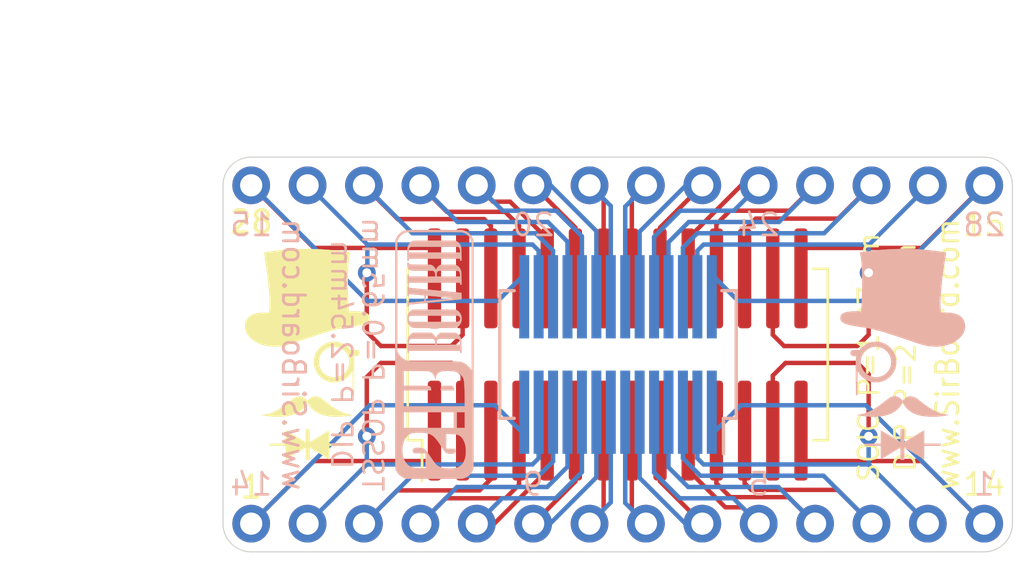
<source format=kicad_pcb>
(kicad_pcb (version 20171130) (host pcbnew "(5.1.2)-2")

  (general
    (thickness 1.6)
    (drawings 30)
    (tracks 207)
    (zones 0)
    (modules 7)
    (nets 29)
  )

  (page User 132.004 102.006)
  (title_block
    (title "SOIC28 To DIP28 Breakout Board")
    (date 2020-04-18)
    (rev 2)
    (company SirBoard)
    (comment 1 "SOIC P = 1.27mm")
    (comment 2 "TSSOP P = 0.65mm")
    (comment 3 "DIP28 P = 2.54mm")
  )

  (layers
    (0 F.Cu signal)
    (31 B.Cu signal)
    (32 B.Adhes user hide)
    (33 F.Adhes user hide)
    (34 B.Paste user hide)
    (35 F.Paste user hide)
    (36 B.SilkS user)
    (37 F.SilkS user)
    (38 B.Mask user hide)
    (39 F.Mask user hide)
    (40 Dwgs.User user)
    (41 Cmts.User user hide)
    (42 Eco1.User user hide)
    (43 Eco2.User user hide)
    (44 Edge.Cuts user)
    (45 Margin user hide)
    (46 B.CrtYd user hide)
    (47 F.CrtYd user hide)
    (48 B.Fab user hide)
    (49 F.Fab user hide)
  )

  (setup
    (last_trace_width 0.127)
    (user_trace_width 0.15)
    (user_trace_width 0.2)
    (user_trace_width 0.25)
    (trace_clearance 0.127)
    (zone_clearance 0.508)
    (zone_45_only no)
    (trace_min 0.127)
    (via_size 0.8)
    (via_drill 0.4)
    (via_min_size 0.4)
    (via_min_drill 0.3)
    (uvia_size 0.3)
    (uvia_drill 0.1)
    (uvias_allowed no)
    (uvia_min_size 0.2)
    (uvia_min_drill 0.1)
    (edge_width 0.05)
    (segment_width 0.2)
    (pcb_text_width 0.3)
    (pcb_text_size 1.5 1.5)
    (mod_edge_width 0.12)
    (mod_text_size 1 1)
    (mod_text_width 0.15)
    (pad_size 4.5 0.6)
    (pad_drill 0)
    (pad_to_mask_clearance 0)
    (solder_mask_min_width 0.1)
    (aux_axis_origin 0 0)
    (grid_origin 48.895 29.718)
    (visible_elements 7FFFFFFF)
    (pcbplotparams
      (layerselection 0x010f0_ffffffff)
      (usegerberextensions false)
      (usegerberattributes false)
      (usegerberadvancedattributes false)
      (creategerberjobfile false)
      (excludeedgelayer true)
      (linewidth 0.100000)
      (plotframeref false)
      (viasonmask false)
      (mode 1)
      (useauxorigin true)
      (hpglpennumber 1)
      (hpglpenspeed 20)
      (hpglpendiameter 15.000000)
      (psnegative false)
      (psa4output false)
      (plotreference true)
      (plotvalue false)
      (plotinvisibletext false)
      (padsonsilk false)
      (subtractmaskfromsilk false)
      (outputformat 1)
      (mirror false)
      (drillshape 0)
      (scaleselection 1)
      (outputdirectory "../../Gerbers/SOIC28/"))
  )

  (net 0 "")
  (net 1 "Net-(J1-Pad14)")
  (net 2 "Net-(J1-Pad13)")
  (net 3 "Net-(J1-Pad12)")
  (net 4 "Net-(J1-Pad11)")
  (net 5 "Net-(J1-Pad10)")
  (net 6 "Net-(J1-Pad9)")
  (net 7 "Net-(J1-Pad8)")
  (net 8 "Net-(J1-Pad7)")
  (net 9 "Net-(J1-Pad6)")
  (net 10 "Net-(J1-Pad5)")
  (net 11 "Net-(J1-Pad4)")
  (net 12 "Net-(J1-Pad3)")
  (net 13 "Net-(J1-Pad2)")
  (net 14 "Net-(J1-Pad1)")
  (net 15 "Net-(J2-Pad28)")
  (net 16 "Net-(J2-Pad27)")
  (net 17 "Net-(J2-Pad26)")
  (net 18 "Net-(J2-Pad25)")
  (net 19 "Net-(J2-Pad24)")
  (net 20 "Net-(J2-Pad23)")
  (net 21 "Net-(J2-Pad22)")
  (net 22 "Net-(J2-Pad21)")
  (net 23 "Net-(J2-Pad20)")
  (net 24 "Net-(J2-Pad19)")
  (net 25 "Net-(J2-Pad18)")
  (net 26 "Net-(J2-Pad17)")
  (net 27 "Net-(J2-Pad16)")
  (net 28 "Net-(J2-Pad15)")

  (net_class Default "This is the default net class."
    (clearance 0.127)
    (trace_width 0.127)
    (via_dia 0.8)
    (via_drill 0.4)
    (uvia_dia 0.3)
    (uvia_drill 0.1)
    (add_net "Net-(J1-Pad1)")
    (add_net "Net-(J1-Pad10)")
    (add_net "Net-(J1-Pad11)")
    (add_net "Net-(J1-Pad12)")
    (add_net "Net-(J1-Pad13)")
    (add_net "Net-(J1-Pad14)")
    (add_net "Net-(J1-Pad2)")
    (add_net "Net-(J1-Pad3)")
    (add_net "Net-(J1-Pad4)")
    (add_net "Net-(J1-Pad5)")
    (add_net "Net-(J1-Pad6)")
    (add_net "Net-(J1-Pad7)")
    (add_net "Net-(J1-Pad8)")
    (add_net "Net-(J1-Pad9)")
    (add_net "Net-(J2-Pad15)")
    (add_net "Net-(J2-Pad16)")
    (add_net "Net-(J2-Pad17)")
    (add_net "Net-(J2-Pad18)")
    (add_net "Net-(J2-Pad19)")
    (add_net "Net-(J2-Pad20)")
    (add_net "Net-(J2-Pad21)")
    (add_net "Net-(J2-Pad22)")
    (add_net "Net-(J2-Pad23)")
    (add_net "Net-(J2-Pad24)")
    (add_net "Net-(J2-Pad25)")
    (add_net "Net-(J2-Pad26)")
    (add_net "Net-(J2-Pad27)")
    (add_net "Net-(J2-Pad28)")
  )

  (module logo:logo94x134 (layer B.Cu) (tedit 0) (tstamp 5D4B4640)
    (at 79.502 38.608 180)
    (fp_text reference G*** (at 0 0) (layer B.SilkS) hide
      (effects (font (size 1.524 1.524) (thickness 0.3)) (justify mirror))
    )
    (fp_text value LOGO (at 0.75 0) (layer B.SilkS) hide
      (effects (font (size 1.524 1.524) (thickness 0.3)) (justify mirror))
    )
    (fp_poly (pts (xy 0.0889 -3.658658) (xy 0.089316 -3.741594) (xy 0.090483 -3.815067) (xy 0.092281 -3.875606)
      (xy 0.094587 -3.919741) (xy 0.09728 -3.944) (xy 0.099005 -3.947583) (xy 0.112499 -3.939948)
      (xy 0.144201 -3.921139) (xy 0.19065 -3.893238) (xy 0.248387 -3.858324) (xy 0.313951 -3.818477)
      (xy 0.32443 -3.812091) (xy 0.411368 -3.759092) (xy 0.510531 -3.69864) (xy 0.612456 -3.636502)
      (xy 0.707679 -3.578448) (xy 0.75565 -3.549202) (xy 0.97155 -3.417573) (xy 0.974954 -3.715386)
      (xy 0.978359 -4.0132) (xy 1.6891 -4.0132) (xy 1.6891 -4.1148) (xy 0.978351 -4.1148)
      (xy 0.97495 -4.418233) (xy 0.97155 -4.721667) (xy 0.76083 -4.592858) (xy 0.677311 -4.5418)
      (xy 0.580966 -4.482895) (xy 0.480639 -4.421549) (xy 0.385173 -4.36317) (xy 0.326888 -4.327525)
      (xy 0.259478 -4.286506) (xy 0.199517 -4.250418) (xy 0.150333 -4.221232) (xy 0.115252 -4.200917)
      (xy 0.097604 -4.191444) (xy 0.096282 -4.191) (xy 0.094137 -4.203095) (xy 0.092238 -4.236965)
      (xy 0.090679 -4.288985) (xy 0.089556 -4.35553) (xy 0.088966 -4.432975) (xy 0.0889 -4.4704)
      (xy 0.0889 -4.7498) (xy -0.075724 -4.7498) (xy -0.079137 -4.464218) (xy -0.08255 -4.178637)
      (xy -0.211034 -4.259011) (xy -0.262847 -4.291218) (xy -0.307811 -4.31879) (xy -0.340974 -4.338715)
      (xy -0.357084 -4.347839) (xy -0.372182 -4.356498) (xy -0.405932 -4.37667) (xy -0.455357 -4.406549)
      (xy -0.517481 -4.444331) (xy -0.589328 -4.488208) (xy -0.667921 -4.536376) (xy -0.6731 -4.539556)
      (xy -0.97155 -4.722818) (xy -0.978352 -4.1148) (xy -1.7145 -4.1148) (xy -1.7145 -4.0132)
      (xy -0.9779 -4.0132) (xy -0.9779 -3.71475) (xy -0.977691 -3.630728) (xy -0.977103 -3.555858)
      (xy -0.976197 -3.493647) (xy -0.975034 -3.447603) (xy -0.973674 -3.421233) (xy -0.97274 -3.4163)
      (xy -0.960643 -3.422579) (xy -0.930998 -3.439813) (xy -0.88786 -3.465597) (xy -0.835283 -3.497524)
      (xy -0.817165 -3.508622) (xy -0.750422 -3.549517) (xy -0.670625 -3.598301) (xy -0.586433 -3.649688)
      (xy -0.506505 -3.698387) (xy -0.4826 -3.71293) (xy -0.410754 -3.756678) (xy -0.33637 -3.802067)
      (xy -0.266474 -3.844804) (xy -0.208088 -3.880599) (xy -0.187325 -3.893369) (xy -0.0762 -3.961821)
      (xy -0.0762 -3.3655) (xy 0.0889 -3.3655) (xy 0.0889 -3.658658)) (layer B.SilkS) (width 0.01))
    (fp_poly (pts (xy 0.416499 -1.889762) (xy 0.473981 -1.905222) (xy 0.510508 -1.918489) (xy 0.549772 -1.937216)
      (xy 0.59446 -1.963201) (xy 0.647264 -1.998244) (xy 0.710871 -2.044144) (xy 0.787972 -2.102699)
      (xy 0.881256 -2.175709) (xy 0.897189 -2.188319) (xy 1.093272 -2.334686) (xy 1.282276 -2.457498)
      (xy 1.463987 -2.556644) (xy 1.638191 -2.632017) (xy 1.804673 -2.683511) (xy 1.92928 -2.707062)
      (xy 1.976292 -2.713712) (xy 2.006996 -2.719542) (xy 2.020083 -2.725153) (xy 2.014249 -2.731147)
      (xy 1.988184 -2.738126) (xy 1.940582 -2.746691) (xy 1.870137 -2.757444) (xy 1.79705 -2.767942)
      (xy 1.611371 -2.789094) (xy 1.425054 -2.800486) (xy 1.243404 -2.802147) (xy 1.071731 -2.794108)
      (xy 0.915343 -2.776399) (xy 0.83793 -2.76258) (xy 0.661001 -2.716364) (xy 0.501575 -2.654587)
      (xy 0.360531 -2.577834) (xy 0.238745 -2.486688) (xy 0.137095 -2.381732) (xy 0.05646 -2.263552)
      (xy 0.039318 -2.231276) (xy -0.007508 -2.138065) (xy -0.042016 -2.208857) (xy -0.118497 -2.337284)
      (xy -0.215241 -2.45057) (xy -0.331992 -2.548548) (xy -0.468495 -2.631048) (xy -0.624496 -2.697904)
      (xy -0.799737 -2.748947) (xy -0.89041 -2.767744) (xy -0.981549 -2.780889) (xy -1.090874 -2.791037)
      (xy -1.211319 -2.797924) (xy -1.335817 -2.801288) (xy -1.457303 -2.800866) (xy -1.56871 -2.796395)
      (xy -1.6002 -2.794138) (xy -1.647152 -2.789521) (xy -1.706465 -2.782467) (xy -1.773375 -2.773685)
      (xy -1.843115 -2.763882) (xy -1.91092 -2.753768) (xy -1.972024 -2.74405) (xy -2.021661 -2.735437)
      (xy -2.055064 -2.728638) (xy -2.067255 -2.72471) (xy -2.057562 -2.721863) (xy -2.02878 -2.717588)
      (xy -1.987111 -2.712805) (xy -1.986559 -2.712748) (xy -1.846953 -2.690444) (xy -1.704633 -2.651426)
      (xy -1.558005 -2.594882) (xy -1.405477 -2.519999) (xy -1.245455 -2.425966) (xy -1.076347 -2.31197)
      (xy -0.896558 -2.177198) (xy -0.8255 -2.120686) (xy -0.743917 -2.056008) (xy -0.677063 -2.005998)
      (xy -0.620956 -1.968148) (xy -0.571612 -1.939955) (xy -0.525044 -1.918912) (xy -0.47974 -1.903259)
      (xy -0.380317 -1.884991) (xy -0.285602 -1.89152) (xy -0.196839 -1.922483) (xy -0.115266 -1.977514)
      (xy -0.068416 -2.02405) (xy -0.009934 -2.090381) (xy 0.068058 -2.012454) (xy 0.125349 -1.960635)
      (xy 0.178388 -1.92553) (xy 0.219551 -1.907063) (xy 0.287188 -1.886875) (xy 0.349643 -1.881131)
      (xy 0.416499 -1.889762)) (layer B.SilkS) (width 0.01))
    (fp_poly (pts (xy 1.272214 0.571812) (xy 1.364961 0.561507) (xy 1.401051 0.554198) (xy 1.526974 0.513067)
      (xy 1.650101 0.452547) (xy 1.763728 0.376651) (xy 1.861151 0.289392) (xy 1.882352 0.266085)
      (xy 1.93675 0.203488) (xy 2.098474 0.203344) (xy 2.165203 0.203108) (xy 2.211708 0.201908)
      (xy 2.243166 0.198796) (xy 2.264753 0.192824) (xy 2.281645 0.183045) (xy 2.29902 0.168511)
      (xy 2.301674 0.166142) (xy 2.327422 0.139607) (xy 2.33963 0.113245) (xy 2.343087 0.075482)
      (xy 2.34315 0.065876) (xy 2.335278 0.010088) (xy 2.310557 -0.030834) (xy 2.267332 -0.058043)
      (xy 2.203945 -0.072687) (xy 2.138635 -0.076129) (xy 2.07382 -0.0762) (xy 2.088977 -0.136525)
      (xy 2.092241 -0.156862) (xy 2.094928 -0.190506) (xy 2.097054 -0.238877) (xy 2.098634 -0.303396)
      (xy 2.099681 -0.385481) (xy 2.100213 -0.486554) (xy 2.100242 -0.608034) (xy 2.099785 -0.751342)
      (xy 2.098855 -0.917897) (xy 2.0982 -1.012825) (xy 2.092267 -1.8288) (xy 2.032269 -1.8288)
      (xy 2.028959 -1.279525) (xy 2.02565 -0.73025) (xy 1.985564 -0.8001) (xy 1.902229 -0.921073)
      (xy 1.802791 -1.024298) (xy 1.689896 -1.109161) (xy 1.566188 -1.175049) (xy 1.434315 -1.221348)
      (xy 1.296921 -1.247445) (xy 1.156654 -1.252726) (xy 1.016158 -1.236578) (xy 0.878081 -1.198388)
      (xy 0.745067 -1.137542) (xy 0.6858 -1.101438) (xy 0.652141 -1.075857) (xy 0.608018 -1.037775)
      (xy 0.56029 -0.993265) (xy 0.532449 -0.965667) (xy 0.437874 -0.85165) (xy 0.364612 -0.724636)
      (xy 0.313447 -0.586585) (xy 0.285164 -0.439457) (xy 0.280611 -0.355567) (xy 0.507773 -0.355567)
      (xy 0.520498 -0.473578) (xy 0.5543 -0.58996) (xy 0.610047 -0.702123) (xy 0.679767 -0.797399)
      (xy 0.767788 -0.880672) (xy 0.871239 -0.94646) (xy 0.985926 -0.993406) (xy 1.107654 -1.02015)
      (xy 1.232227 -1.025334) (xy 1.33985 -1.011207) (xy 1.464571 -0.971507) (xy 1.577256 -0.910264)
      (xy 1.675966 -0.829241) (xy 1.75876 -0.730203) (xy 1.823698 -0.614913) (xy 1.850551 -0.546834)
      (xy 1.869203 -0.468848) (xy 1.878724 -0.377478) (xy 1.878886 -0.282965) (xy 1.869463 -0.195549)
      (xy 1.859338 -0.15153) (xy 1.811094 -0.030882) (xy 1.742138 0.077469) (xy 1.655121 0.171078)
      (xy 1.552695 0.247504) (xy 1.43751 0.304303) (xy 1.33086 0.335468) (xy 1.261685 0.34825)
      (xy 1.20651 0.35387) (xy 1.154978 0.352372) (xy 1.09673 0.343797) (xy 1.06045 0.336577)
      (xy 0.935846 0.298713) (xy 0.825366 0.241771) (xy 0.729881 0.168339) (xy 0.650258 0.081006)
      (xy 0.587367 -0.01764) (xy 0.542077 -0.125009) (xy 0.515256 -0.238515) (xy 0.507773 -0.355567)
      (xy 0.280611 -0.355567) (xy 0.2794 -0.333259) (xy 0.291668 -0.187831) (xy 0.327239 -0.048238)
      (xy 0.384256 0.083194) (xy 0.460866 0.20414) (xy 0.555214 0.312275) (xy 0.665445 0.405276)
      (xy 0.789704 0.480816) (xy 0.926137 0.536571) (xy 0.986867 0.553588) (xy 1.072371 0.567837)
      (xy 1.171085 0.573917) (xy 1.272214 0.571812)) (layer B.SilkS) (width 0.01))
    (fp_poly (pts (xy 0.441912 4.744592) (xy 0.857709 4.720614) (xy 1.268288 4.682686) (xy 1.66927 4.630852)
      (xy 1.73355 4.621068) (xy 1.808339 4.609542) (xy 1.861405 4.600902) (xy 1.896031 4.593577)
      (xy 1.915498 4.585997) (xy 1.923091 4.576591) (xy 1.922091 4.563788) (xy 1.915781 4.546017)
      (xy 1.911978 4.535682) (xy 1.89156 4.463121) (xy 1.872797 4.366276) (xy 1.855854 4.246218)
      (xy 1.840893 4.10402) (xy 1.834527 4.029008) (xy 1.827678 3.920478) (xy 1.822371 3.7901)
      (xy 1.81858 3.64138) (xy 1.81628 3.477821) (xy 1.815446 3.302928) (xy 1.816051 3.120206)
      (xy 1.818072 2.933159) (xy 1.821482 2.74529) (xy 1.826256 2.560106) (xy 1.832369 2.381109)
      (xy 1.839797 2.211805) (xy 1.848512 2.055698) (xy 1.848806 2.05105) (xy 1.856068 1.93675)
      (xy 2.08441 1.940964) (xy 2.242045 1.940414) (xy 2.376913 1.932381) (xy 2.490577 1.916676)
      (xy 2.584601 1.893109) (xy 2.633984 1.874349) (xy 2.704116 1.836559) (xy 2.751938 1.792937)
      (xy 2.780509 1.738903) (xy 2.792891 1.669878) (xy 2.794 1.634867) (xy 2.79264 1.588082)
      (xy 2.786315 1.556373) (xy 2.77165 1.529467) (xy 2.750931 1.503657) (xy 2.70794 1.461575)
      (xy 2.65381 1.423894) (xy 2.586549 1.389983) (xy 2.504168 1.359209) (xy 2.404676 1.330941)
      (xy 2.286084 1.304547) (xy 2.146401 1.279395) (xy 1.983636 1.254854) (xy 1.954438 1.250821)
      (xy 1.702204 1.212638) (xy 1.464103 1.168364) (xy 1.229153 1.115701) (xy 0.986372 1.052348)
      (xy 0.9271 1.03569) (xy 0.883794 1.022754) (xy 0.819109 1.002585) (xy 0.735735 0.976064)
      (xy 0.63636 0.944075) (xy 0.523676 0.907499) (xy 0.400371 0.867217) (xy 0.269135 0.824114)
      (xy 0.132658 0.779069) (xy -0.006372 0.732966) (xy -0.145263 0.686686) (xy -0.281327 0.641112)
      (xy -0.411874 0.597126) (xy -0.466722 0.578555) (xy -0.594538 0.535432) (xy -0.701852 0.499844)
      (xy -0.792093 0.470815) (xy -0.86869 0.447368) (xy -0.935072 0.428526) (xy -0.994669 0.413312)
      (xy -1.050909 0.40075) (xy -1.107222 0.389862) (xy -1.16205 0.380483) (xy -1.240247 0.370439)
      (xy -1.33198 0.362962) (xy -1.429787 0.358277) (xy -1.5262 0.356607) (xy -1.613756 0.358176)
      (xy -1.684989 0.363208) (xy -1.69545 0.364492) (xy -1.903293 0.401547) (xy -2.091699 0.454705)
      (xy -2.260996 0.524114) (xy -2.41151 0.609921) (xy -2.543569 0.712273) (xy -2.609281 0.776551)
      (xy -2.694941 0.879693) (xy -2.756964 0.98321) (xy -2.796898 1.090754) (xy -2.816295 1.205976)
      (xy -2.81878 1.27) (xy -2.808234 1.396634) (xy -2.776639 1.509067) (xy -2.724058 1.607219)
      (xy -2.650557 1.69101) (xy -2.556197 1.760361) (xy -2.441044 1.815192) (xy -2.36211 1.841056)
      (xy -2.272873 1.860707) (xy -2.167478 1.875194) (xy -2.054775 1.883783) (xy -1.943617 1.885742)
      (xy -1.864725 1.882276) (xy -1.741899 1.872783) (xy -1.734608 1.90924) (xy -1.719951 2.009381)
      (xy -1.711119 2.132674) (xy -1.70799 2.277576) (xy -1.710438 2.442546) (xy -1.718343 2.626042)
      (xy -1.731579 2.82652) (xy -1.750024 3.04244) (xy -1.773555 3.272259) (xy -1.802049 3.514435)
      (xy -1.835381 3.767425) (xy -1.873429 4.029689) (xy -1.91607 4.299684) (xy -1.934459 4.409934)
      (xy -1.945993 4.479706) (xy -1.9531 4.528415) (xy -1.955987 4.559973) (xy -1.954862 4.578291)
      (xy -1.949933 4.587279) (xy -1.944026 4.590203) (xy -1.919367 4.595639) (xy -1.874263 4.603968)
      (xy -1.813401 4.614412) (xy -1.741468 4.626191) (xy -1.663152 4.638524) (xy -1.58314 4.650633)
      (xy -1.5621 4.653727) (xy -1.18589 4.700145) (xy -0.793005 4.732398) (xy -0.387824 4.750528)
      (xy 0.025275 4.754578) (xy 0.441912 4.744592)) (layer B.SilkS) (width 0.01))
  )

  (module logo:logo94x134 (layer F.Cu) (tedit 0) (tstamp 5D4B43AD)
    (at 52.705 38.608)
    (fp_text reference G*** (at 0 0) (layer F.SilkS) hide
      (effects (font (size 1.524 1.524) (thickness 0.3)))
    )
    (fp_text value LOGO (at 0.75 0) (layer F.SilkS) hide
      (effects (font (size 1.524 1.524) (thickness 0.3)))
    )
    (fp_poly (pts (xy 0.441912 -4.744592) (xy 0.857709 -4.720614) (xy 1.268288 -4.682686) (xy 1.66927 -4.630852)
      (xy 1.73355 -4.621068) (xy 1.808339 -4.609542) (xy 1.861405 -4.600902) (xy 1.896031 -4.593577)
      (xy 1.915498 -4.585997) (xy 1.923091 -4.576591) (xy 1.922091 -4.563788) (xy 1.915781 -4.546017)
      (xy 1.911978 -4.535682) (xy 1.89156 -4.463121) (xy 1.872797 -4.366276) (xy 1.855854 -4.246218)
      (xy 1.840893 -4.10402) (xy 1.834527 -4.029008) (xy 1.827678 -3.920478) (xy 1.822371 -3.7901)
      (xy 1.81858 -3.64138) (xy 1.81628 -3.477821) (xy 1.815446 -3.302928) (xy 1.816051 -3.120206)
      (xy 1.818072 -2.933159) (xy 1.821482 -2.74529) (xy 1.826256 -2.560106) (xy 1.832369 -2.381109)
      (xy 1.839797 -2.211805) (xy 1.848512 -2.055698) (xy 1.848806 -2.05105) (xy 1.856068 -1.93675)
      (xy 2.08441 -1.940964) (xy 2.242045 -1.940414) (xy 2.376913 -1.932381) (xy 2.490577 -1.916676)
      (xy 2.584601 -1.893109) (xy 2.633984 -1.874349) (xy 2.704116 -1.836559) (xy 2.751938 -1.792937)
      (xy 2.780509 -1.738903) (xy 2.792891 -1.669878) (xy 2.794 -1.634867) (xy 2.79264 -1.588082)
      (xy 2.786315 -1.556373) (xy 2.77165 -1.529467) (xy 2.750931 -1.503657) (xy 2.70794 -1.461575)
      (xy 2.65381 -1.423894) (xy 2.586549 -1.389983) (xy 2.504168 -1.359209) (xy 2.404676 -1.330941)
      (xy 2.286084 -1.304547) (xy 2.146401 -1.279395) (xy 1.983636 -1.254854) (xy 1.954438 -1.250821)
      (xy 1.702204 -1.212638) (xy 1.464103 -1.168364) (xy 1.229153 -1.115701) (xy 0.986372 -1.052348)
      (xy 0.9271 -1.03569) (xy 0.883794 -1.022754) (xy 0.819109 -1.002585) (xy 0.735735 -0.976064)
      (xy 0.63636 -0.944075) (xy 0.523676 -0.907499) (xy 0.400371 -0.867217) (xy 0.269135 -0.824114)
      (xy 0.132658 -0.779069) (xy -0.006372 -0.732966) (xy -0.145263 -0.686686) (xy -0.281327 -0.641112)
      (xy -0.411874 -0.597126) (xy -0.466722 -0.578555) (xy -0.594538 -0.535432) (xy -0.701852 -0.499844)
      (xy -0.792093 -0.470815) (xy -0.86869 -0.447368) (xy -0.935072 -0.428526) (xy -0.994669 -0.413312)
      (xy -1.050909 -0.40075) (xy -1.107222 -0.389862) (xy -1.16205 -0.380483) (xy -1.240247 -0.370439)
      (xy -1.33198 -0.362962) (xy -1.429787 -0.358277) (xy -1.5262 -0.356607) (xy -1.613756 -0.358176)
      (xy -1.684989 -0.363208) (xy -1.69545 -0.364492) (xy -1.903293 -0.401547) (xy -2.091699 -0.454705)
      (xy -2.260996 -0.524114) (xy -2.41151 -0.609921) (xy -2.543569 -0.712273) (xy -2.609281 -0.776551)
      (xy -2.694941 -0.879693) (xy -2.756964 -0.98321) (xy -2.796898 -1.090754) (xy -2.816295 -1.205976)
      (xy -2.81878 -1.27) (xy -2.808234 -1.396634) (xy -2.776639 -1.509067) (xy -2.724058 -1.607219)
      (xy -2.650557 -1.69101) (xy -2.556197 -1.760361) (xy -2.441044 -1.815192) (xy -2.36211 -1.841056)
      (xy -2.272873 -1.860707) (xy -2.167478 -1.875194) (xy -2.054775 -1.883783) (xy -1.943617 -1.885742)
      (xy -1.864725 -1.882276) (xy -1.741899 -1.872783) (xy -1.734608 -1.90924) (xy -1.719951 -2.009381)
      (xy -1.711119 -2.132674) (xy -1.70799 -2.277576) (xy -1.710438 -2.442546) (xy -1.718343 -2.626042)
      (xy -1.731579 -2.82652) (xy -1.750024 -3.04244) (xy -1.773555 -3.272259) (xy -1.802049 -3.514435)
      (xy -1.835381 -3.767425) (xy -1.873429 -4.029689) (xy -1.91607 -4.299684) (xy -1.934459 -4.409934)
      (xy -1.945993 -4.479706) (xy -1.9531 -4.528415) (xy -1.955987 -4.559973) (xy -1.954862 -4.578291)
      (xy -1.949933 -4.587279) (xy -1.944026 -4.590203) (xy -1.919367 -4.595639) (xy -1.874263 -4.603968)
      (xy -1.813401 -4.614412) (xy -1.741468 -4.626191) (xy -1.663152 -4.638524) (xy -1.58314 -4.650633)
      (xy -1.5621 -4.653727) (xy -1.18589 -4.700145) (xy -0.793005 -4.732398) (xy -0.387824 -4.750528)
      (xy 0.025275 -4.754578) (xy 0.441912 -4.744592)) (layer F.SilkS) (width 0.01))
    (fp_poly (pts (xy 1.272214 -0.571812) (xy 1.364961 -0.561507) (xy 1.401051 -0.554198) (xy 1.526974 -0.513067)
      (xy 1.650101 -0.452547) (xy 1.763728 -0.376651) (xy 1.861151 -0.289392) (xy 1.882352 -0.266085)
      (xy 1.93675 -0.203488) (xy 2.098474 -0.203344) (xy 2.165203 -0.203108) (xy 2.211708 -0.201908)
      (xy 2.243166 -0.198796) (xy 2.264753 -0.192824) (xy 2.281645 -0.183045) (xy 2.29902 -0.168511)
      (xy 2.301674 -0.166142) (xy 2.327422 -0.139607) (xy 2.33963 -0.113245) (xy 2.343087 -0.075482)
      (xy 2.34315 -0.065876) (xy 2.335278 -0.010088) (xy 2.310557 0.030834) (xy 2.267332 0.058043)
      (xy 2.203945 0.072687) (xy 2.138635 0.076129) (xy 2.07382 0.0762) (xy 2.088977 0.136525)
      (xy 2.092241 0.156862) (xy 2.094928 0.190506) (xy 2.097054 0.238877) (xy 2.098634 0.303396)
      (xy 2.099681 0.385481) (xy 2.100213 0.486554) (xy 2.100242 0.608034) (xy 2.099785 0.751342)
      (xy 2.098855 0.917897) (xy 2.0982 1.012825) (xy 2.092267 1.8288) (xy 2.032269 1.8288)
      (xy 2.028959 1.279525) (xy 2.02565 0.73025) (xy 1.985564 0.8001) (xy 1.902229 0.921073)
      (xy 1.802791 1.024298) (xy 1.689896 1.109161) (xy 1.566188 1.175049) (xy 1.434315 1.221348)
      (xy 1.296921 1.247445) (xy 1.156654 1.252726) (xy 1.016158 1.236578) (xy 0.878081 1.198388)
      (xy 0.745067 1.137542) (xy 0.6858 1.101438) (xy 0.652141 1.075857) (xy 0.608018 1.037775)
      (xy 0.56029 0.993265) (xy 0.532449 0.965667) (xy 0.437874 0.85165) (xy 0.364612 0.724636)
      (xy 0.313447 0.586585) (xy 0.285164 0.439457) (xy 0.280611 0.355567) (xy 0.507773 0.355567)
      (xy 0.520498 0.473578) (xy 0.5543 0.58996) (xy 0.610047 0.702123) (xy 0.679767 0.797399)
      (xy 0.767788 0.880672) (xy 0.871239 0.94646) (xy 0.985926 0.993406) (xy 1.107654 1.02015)
      (xy 1.232227 1.025334) (xy 1.33985 1.011207) (xy 1.464571 0.971507) (xy 1.577256 0.910264)
      (xy 1.675966 0.829241) (xy 1.75876 0.730203) (xy 1.823698 0.614913) (xy 1.850551 0.546834)
      (xy 1.869203 0.468848) (xy 1.878724 0.377478) (xy 1.878886 0.282965) (xy 1.869463 0.195549)
      (xy 1.859338 0.15153) (xy 1.811094 0.030882) (xy 1.742138 -0.077469) (xy 1.655121 -0.171078)
      (xy 1.552695 -0.247504) (xy 1.43751 -0.304303) (xy 1.33086 -0.335468) (xy 1.261685 -0.34825)
      (xy 1.20651 -0.35387) (xy 1.154978 -0.352372) (xy 1.09673 -0.343797) (xy 1.06045 -0.336577)
      (xy 0.935846 -0.298713) (xy 0.825366 -0.241771) (xy 0.729881 -0.168339) (xy 0.650258 -0.081006)
      (xy 0.587367 0.01764) (xy 0.542077 0.125009) (xy 0.515256 0.238515) (xy 0.507773 0.355567)
      (xy 0.280611 0.355567) (xy 0.2794 0.333259) (xy 0.291668 0.187831) (xy 0.327239 0.048238)
      (xy 0.384256 -0.083194) (xy 0.460866 -0.20414) (xy 0.555214 -0.312275) (xy 0.665445 -0.405276)
      (xy 0.789704 -0.480816) (xy 0.926137 -0.536571) (xy 0.986867 -0.553588) (xy 1.072371 -0.567837)
      (xy 1.171085 -0.573917) (xy 1.272214 -0.571812)) (layer F.SilkS) (width 0.01))
    (fp_poly (pts (xy 0.416499 1.889762) (xy 0.473981 1.905222) (xy 0.510508 1.918489) (xy 0.549772 1.937216)
      (xy 0.59446 1.963201) (xy 0.647264 1.998244) (xy 0.710871 2.044144) (xy 0.787972 2.102699)
      (xy 0.881256 2.175709) (xy 0.897189 2.188319) (xy 1.093272 2.334686) (xy 1.282276 2.457498)
      (xy 1.463987 2.556644) (xy 1.638191 2.632017) (xy 1.804673 2.683511) (xy 1.92928 2.707062)
      (xy 1.976292 2.713712) (xy 2.006996 2.719542) (xy 2.020083 2.725153) (xy 2.014249 2.731147)
      (xy 1.988184 2.738126) (xy 1.940582 2.746691) (xy 1.870137 2.757444) (xy 1.79705 2.767942)
      (xy 1.611371 2.789094) (xy 1.425054 2.800486) (xy 1.243404 2.802147) (xy 1.071731 2.794108)
      (xy 0.915343 2.776399) (xy 0.83793 2.76258) (xy 0.661001 2.716364) (xy 0.501575 2.654587)
      (xy 0.360531 2.577834) (xy 0.238745 2.486688) (xy 0.137095 2.381732) (xy 0.05646 2.263552)
      (xy 0.039318 2.231276) (xy -0.007508 2.138065) (xy -0.042016 2.208857) (xy -0.118497 2.337284)
      (xy -0.215241 2.45057) (xy -0.331992 2.548548) (xy -0.468495 2.631048) (xy -0.624496 2.697904)
      (xy -0.799737 2.748947) (xy -0.89041 2.767744) (xy -0.981549 2.780889) (xy -1.090874 2.791037)
      (xy -1.211319 2.797924) (xy -1.335817 2.801288) (xy -1.457303 2.800866) (xy -1.56871 2.796395)
      (xy -1.6002 2.794138) (xy -1.647152 2.789521) (xy -1.706465 2.782467) (xy -1.773375 2.773685)
      (xy -1.843115 2.763882) (xy -1.91092 2.753768) (xy -1.972024 2.74405) (xy -2.021661 2.735437)
      (xy -2.055064 2.728638) (xy -2.067255 2.72471) (xy -2.057562 2.721863) (xy -2.02878 2.717588)
      (xy -1.987111 2.712805) (xy -1.986559 2.712748) (xy -1.846953 2.690444) (xy -1.704633 2.651426)
      (xy -1.558005 2.594882) (xy -1.405477 2.519999) (xy -1.245455 2.425966) (xy -1.076347 2.31197)
      (xy -0.896558 2.177198) (xy -0.8255 2.120686) (xy -0.743917 2.056008) (xy -0.677063 2.005998)
      (xy -0.620956 1.968148) (xy -0.571612 1.939955) (xy -0.525044 1.918912) (xy -0.47974 1.903259)
      (xy -0.380317 1.884991) (xy -0.285602 1.89152) (xy -0.196839 1.922483) (xy -0.115266 1.977514)
      (xy -0.068416 2.02405) (xy -0.009934 2.090381) (xy 0.068058 2.012454) (xy 0.125349 1.960635)
      (xy 0.178388 1.92553) (xy 0.219551 1.907063) (xy 0.287188 1.886875) (xy 0.349643 1.881131)
      (xy 0.416499 1.889762)) (layer F.SilkS) (width 0.01))
    (fp_poly (pts (xy 0.0889 3.658658) (xy 0.089316 3.741594) (xy 0.090483 3.815067) (xy 0.092281 3.875606)
      (xy 0.094587 3.919741) (xy 0.09728 3.944) (xy 0.099005 3.947583) (xy 0.112499 3.939948)
      (xy 0.144201 3.921139) (xy 0.19065 3.893238) (xy 0.248387 3.858324) (xy 0.313951 3.818477)
      (xy 0.32443 3.812091) (xy 0.411368 3.759092) (xy 0.510531 3.69864) (xy 0.612456 3.636502)
      (xy 0.707679 3.578448) (xy 0.75565 3.549202) (xy 0.97155 3.417573) (xy 0.974954 3.715386)
      (xy 0.978359 4.0132) (xy 1.6891 4.0132) (xy 1.6891 4.1148) (xy 0.978351 4.1148)
      (xy 0.97495 4.418233) (xy 0.97155 4.721667) (xy 0.76083 4.592858) (xy 0.677311 4.5418)
      (xy 0.580966 4.482895) (xy 0.480639 4.421549) (xy 0.385173 4.36317) (xy 0.326888 4.327525)
      (xy 0.259478 4.286506) (xy 0.199517 4.250418) (xy 0.150333 4.221232) (xy 0.115252 4.200917)
      (xy 0.097604 4.191444) (xy 0.096282 4.191) (xy 0.094137 4.203095) (xy 0.092238 4.236965)
      (xy 0.090679 4.288985) (xy 0.089556 4.35553) (xy 0.088966 4.432975) (xy 0.0889 4.4704)
      (xy 0.0889 4.7498) (xy -0.075724 4.7498) (xy -0.079137 4.464218) (xy -0.08255 4.178637)
      (xy -0.211034 4.259011) (xy -0.262847 4.291218) (xy -0.307811 4.31879) (xy -0.340974 4.338715)
      (xy -0.357084 4.347839) (xy -0.372182 4.356498) (xy -0.405932 4.37667) (xy -0.455357 4.406549)
      (xy -0.517481 4.444331) (xy -0.589328 4.488208) (xy -0.667921 4.536376) (xy -0.6731 4.539556)
      (xy -0.97155 4.722818) (xy -0.978352 4.1148) (xy -1.7145 4.1148) (xy -1.7145 4.0132)
      (xy -0.9779 4.0132) (xy -0.9779 3.71475) (xy -0.977691 3.630728) (xy -0.977103 3.555858)
      (xy -0.976197 3.493647) (xy -0.975034 3.447603) (xy -0.973674 3.421233) (xy -0.97274 3.4163)
      (xy -0.960643 3.422579) (xy -0.930998 3.439813) (xy -0.88786 3.465597) (xy -0.835283 3.497524)
      (xy -0.817165 3.508622) (xy -0.750422 3.549517) (xy -0.670625 3.598301) (xy -0.586433 3.649688)
      (xy -0.506505 3.698387) (xy -0.4826 3.71293) (xy -0.410754 3.756678) (xy -0.33637 3.802067)
      (xy -0.266474 3.844804) (xy -0.208088 3.880599) (xy -0.187325 3.893369) (xy -0.0762 3.961821)
      (xy -0.0762 3.3655) (xy 0.0889 3.3655) (xy 0.0889 3.658658)) (layer F.SilkS) (width 0.01))
  )

  (module Package_SO:SOIC-28W_7.5x18.7mm_P1.27mm (layer F.Cu) (tedit 5E12FA53) (tstamp 5D263CD4)
    (at 66.675 38.608 90)
    (descr "SOIC, 28 Pin (https://www.akm.com/akm/en/file/datasheet/AK5394AVS.pdf#page=23), generated with kicad-footprint-generator ipc_gullwing_generator.py")
    (tags "SOIC SO")
    (path /5D2A245F)
    (attr smd)
    (fp_text reference J2 (at 0 -10.3 90) (layer F.SilkS) hide
      (effects (font (size 1 1) (thickness 0.15)))
    )
    (fp_text value Conn_02x14_Counter_Clockwise (at 0 10.3 90) (layer F.Fab)
      (effects (font (size 1 1) (thickness 0.15)))
    )
    (fp_line (start 0 9.46) (end 3.86 9.46) (layer F.SilkS) (width 0.12))
    (fp_line (start 3.86 9.46) (end 3.86 8.815) (layer F.SilkS) (width 0.12))
    (fp_line (start 0 9.46) (end -3.86 9.46) (layer F.SilkS) (width 0.12))
    (fp_line (start -3.86 9.46) (end -3.86 8.815) (layer F.SilkS) (width 0.12))
    (fp_line (start 0 -9.46) (end 3.86 -9.46) (layer F.SilkS) (width 0.12))
    (fp_line (start 3.86 -9.46) (end 3.86 -8.815) (layer F.SilkS) (width 0.12))
    (fp_line (start 0 -9.46) (end -3.86 -9.46) (layer F.SilkS) (width 0.12))
    (fp_line (start -3.86 -9.46) (end -3.86 -8.815) (layer F.SilkS) (width 0.12))
    (fp_line (start -3.86 -8.815) (end -5.7 -8.815) (layer F.SilkS) (width 0.12))
    (fp_line (start -2.75 -9.35) (end 3.75 -9.35) (layer F.Fab) (width 0.1))
    (fp_line (start 3.75 -9.35) (end 3.75 9.35) (layer F.Fab) (width 0.1))
    (fp_line (start 3.75 9.35) (end -3.75 9.35) (layer F.Fab) (width 0.1))
    (fp_line (start -3.75 9.35) (end -3.75 -8.35) (layer F.Fab) (width 0.1))
    (fp_line (start -3.75 -8.35) (end -2.75 -9.35) (layer F.Fab) (width 0.1))
    (fp_line (start -5.95 -9.6) (end -5.95 9.6) (layer F.CrtYd) (width 0.05))
    (fp_line (start -5.95 9.6) (end 5.95 9.6) (layer F.CrtYd) (width 0.05))
    (fp_line (start 5.95 9.6) (end 5.95 -9.6) (layer F.CrtYd) (width 0.05))
    (fp_line (start 5.95 -9.6) (end -5.95 -9.6) (layer F.CrtYd) (width 0.05))
    (fp_text user %R (at 0 0 90) (layer F.Fab)
      (effects (font (size 1 1) (thickness 0.15)))
    )
    (pad 1 smd roundrect (at -3.429 -8.255 90) (size 4.5 0.6) (layers F.Cu F.Paste F.Mask) (roundrect_rratio 0.25)
      (net 14 "Net-(J1-Pad1)"))
    (pad 2 smd roundrect (at -3.429 -6.985 90) (size 4.5 0.6) (layers F.Cu F.Paste F.Mask) (roundrect_rratio 0.25)
      (net 13 "Net-(J1-Pad2)"))
    (pad 3 smd roundrect (at -3.429 -5.715 90) (size 4.5 0.6) (layers F.Cu F.Paste F.Mask) (roundrect_rratio 0.25)
      (net 12 "Net-(J1-Pad3)"))
    (pad 4 smd roundrect (at -3.429 -4.445 90) (size 4.5 0.6) (layers F.Cu F.Paste F.Mask) (roundrect_rratio 0.25)
      (net 11 "Net-(J1-Pad4)"))
    (pad 5 smd roundrect (at -3.429 -3.175 90) (size 4.5 0.6) (layers F.Cu F.Paste F.Mask) (roundrect_rratio 0.25)
      (net 10 "Net-(J1-Pad5)"))
    (pad 6 smd roundrect (at -3.429 -1.905 90) (size 4.5 0.6) (layers F.Cu F.Paste F.Mask) (roundrect_rratio 0.25)
      (net 9 "Net-(J1-Pad6)"))
    (pad 7 smd roundrect (at -3.429 -0.635 90) (size 4.5 0.6) (layers F.Cu F.Paste F.Mask) (roundrect_rratio 0.25)
      (net 8 "Net-(J1-Pad7)"))
    (pad 8 smd roundrect (at -3.429 0.635 90) (size 4.5 0.6) (layers F.Cu F.Paste F.Mask) (roundrect_rratio 0.25)
      (net 7 "Net-(J1-Pad8)"))
    (pad 9 smd roundrect (at -3.429 1.905 90) (size 4.5 0.6) (layers F.Cu F.Paste F.Mask) (roundrect_rratio 0.25)
      (net 6 "Net-(J1-Pad9)"))
    (pad 10 smd roundrect (at -3.429 3.175 90) (size 4.5 0.6) (layers F.Cu F.Paste F.Mask) (roundrect_rratio 0.25)
      (net 5 "Net-(J1-Pad10)"))
    (pad 11 smd roundrect (at -3.429 4.445 90) (size 4.5 0.6) (layers F.Cu F.Paste F.Mask) (roundrect_rratio 0.25)
      (net 4 "Net-(J1-Pad11)"))
    (pad 12 smd roundrect (at -3.429 5.715 90) (size 4.5 0.6) (layers F.Cu F.Paste F.Mask) (roundrect_rratio 0.25)
      (net 3 "Net-(J1-Pad12)"))
    (pad 13 smd roundrect (at -3.429 6.985 90) (size 4.5 0.6) (layers F.Cu F.Paste F.Mask) (roundrect_rratio 0.25)
      (net 2 "Net-(J1-Pad13)"))
    (pad 14 smd roundrect (at -3.429 8.255 90) (size 4.5 0.6) (layers F.Cu F.Paste F.Mask) (roundrect_rratio 0.25)
      (net 1 "Net-(J1-Pad14)"))
    (pad 17 smd roundrect (at 3.429 5.715 270) (size 4.5 0.6) (layers F.Cu F.Paste F.Mask) (roundrect_rratio 0.25)
      (net 26 "Net-(J2-Pad17)"))
    (pad 18 smd roundrect (at 3.429 4.445 270) (size 4.5 0.6) (layers F.Cu F.Paste F.Mask) (roundrect_rratio 0.25)
      (net 25 "Net-(J2-Pad18)"))
    (pad 19 smd roundrect (at 3.429 3.175 270) (size 4.5 0.6) (layers F.Cu F.Paste F.Mask) (roundrect_rratio 0.25)
      (net 24 "Net-(J2-Pad19)"))
    (pad 15 smd roundrect (at 3.429 8.255 270) (size 4.5 0.6) (layers F.Cu F.Paste F.Mask) (roundrect_rratio 0.25)
      (net 28 "Net-(J2-Pad15)"))
    (pad 16 smd roundrect (at 3.429 6.985 270) (size 4.5 0.6) (layers F.Cu F.Paste F.Mask) (roundrect_rratio 0.25)
      (net 27 "Net-(J2-Pad16)"))
    (pad 20 smd roundrect (at 3.429 1.905 270) (size 4.5 0.6) (layers F.Cu F.Paste F.Mask) (roundrect_rratio 0.25)
      (net 23 "Net-(J2-Pad20)"))
    (pad 27 smd roundrect (at 3.429 -6.985 270) (size 4.5 0.6) (layers F.Cu F.Paste F.Mask) (roundrect_rratio 0.25)
      (net 16 "Net-(J2-Pad27)"))
    (pad 8 smd roundrect (at 3.429 -8.255 270) (size 4.5 0.6) (layers F.Cu F.Paste F.Mask) (roundrect_rratio 0.25)
      (net 15 "Net-(J2-Pad28)"))
    (pad 21 smd roundrect (at 3.429 0.635 270) (size 4.5 0.6) (layers F.Cu F.Paste F.Mask) (roundrect_rratio 0.25)
      (net 22 "Net-(J2-Pad21)"))
    (pad 22 smd roundrect (at 3.429 -0.635 270) (size 4.5 0.6) (layers F.Cu F.Paste F.Mask) (roundrect_rratio 0.25)
      (net 21 "Net-(J2-Pad22)"))
    (pad 23 smd roundrect (at 3.429 -1.905 270) (size 4.5 0.6) (layers F.Cu F.Paste F.Mask) (roundrect_rratio 0.25)
      (net 20 "Net-(J2-Pad23)"))
    (pad 24 smd roundrect (at 3.429 -3.175 270) (size 4.5 0.6) (layers F.Cu F.Paste F.Mask) (roundrect_rratio 0.25)
      (net 19 "Net-(J2-Pad24)"))
    (pad 25 smd roundrect (at 3.429 -4.445 270) (size 4.5 0.6) (layers F.Cu F.Paste F.Mask) (roundrect_rratio 0.25)
      (net 18 "Net-(J2-Pad25)"))
    (pad 26 smd roundrect (at 3.429 -5.715 270) (size 4.5 0.6) (layers F.Cu F.Paste F.Mask) (roundrect_rratio 0.25)
      (net 17 "Net-(J2-Pad26)"))
    (model ${KISYS3DMOD}/Package_SO.3dshapes/SOIC-28W_7.5x18.7mm_P1.27mm.wrl
      (at (xyz 0 0 0))
      (scale (xyz 1 1 1))
      (rotate (xyz 0 0 0))
    )
  )

  (module Package_SO:SSOP-28_5.3x10.2mm_P0.65mm (layer B.Cu) (tedit 5D49FE01) (tstamp 5D264FB5)
    (at 66.6877 38.608 90)
    (descr "28-Lead Plastic Shrink Small Outline (SS)-5.30 mm Body [SSOP] (see Microchip Packaging Specification 00000049BS.pdf)")
    (tags "SSOP 0.65")
    (path /5D2AC70C)
    (attr smd)
    (fp_text reference J4 (at 0 5.9 90) (layer B.SilkS) hide
      (effects (font (size 1 1) (thickness 0.15)) (justify mirror))
    )
    (fp_text value Conn_02x14_Counter_Clockwise (at 0 -5.9 90) (layer B.Fab)
      (effects (font (size 1 1) (thickness 0.15)) (justify mirror))
    )
    (fp_line (start -1.65 5.1) (end 2.65 5.1) (layer B.Fab) (width 0.15))
    (fp_line (start 2.65 5.1) (end 2.65 -5.1) (layer B.Fab) (width 0.15))
    (fp_line (start 2.65 -5.1) (end -2.65 -5.1) (layer B.Fab) (width 0.15))
    (fp_line (start -2.65 -5.1) (end -2.65 4.1) (layer B.Fab) (width 0.15))
    (fp_line (start -2.65 4.1) (end -1.65 5.1) (layer B.Fab) (width 0.15))
    (fp_line (start -4.75 5.5) (end -4.75 -5.5) (layer B.CrtYd) (width 0.05))
    (fp_line (start 4.75 5.5) (end 4.75 -5.5) (layer B.CrtYd) (width 0.05))
    (fp_line (start -4.75 5.5) (end 4.75 5.5) (layer B.CrtYd) (width 0.05))
    (fp_line (start -4.75 -5.5) (end 4.75 -5.5) (layer B.CrtYd) (width 0.05))
    (fp_line (start -2.875 5.325) (end -2.875 4.75) (layer B.SilkS) (width 0.15))
    (fp_line (start 2.875 5.325) (end 2.875 4.675) (layer B.SilkS) (width 0.15))
    (fp_line (start 2.875 -5.325) (end 2.875 -4.675) (layer B.SilkS) (width 0.15))
    (fp_line (start -2.875 -5.325) (end -2.875 -4.675) (layer B.SilkS) (width 0.15))
    (fp_line (start -2.875 5.325) (end 2.875 5.325) (layer B.SilkS) (width 0.15))
    (fp_line (start -2.875 -5.325) (end 2.875 -5.325) (layer B.SilkS) (width 0.15))
    (fp_line (start -2.875 4.75) (end -4.475 4.75) (layer B.SilkS) (width 0.15))
    (fp_text user %R (at 0 0 90) (layer B.Fab)
      (effects (font (size 0.8 0.8) (thickness 0.15)) (justify mirror))
    )
    (pad 1 smd rect (at -2.6 4.225 90) (size 3.75 0.45) (layers B.Cu B.Paste B.Mask)
      (net 1 "Net-(J1-Pad14)"))
    (pad 2 smd rect (at -2.6 3.575 90) (size 3.75 0.45) (layers B.Cu B.Paste B.Mask)
      (net 2 "Net-(J1-Pad13)"))
    (pad 3 smd rect (at -2.6 2.925 90) (size 3.75 0.45) (layers B.Cu B.Paste B.Mask)
      (net 3 "Net-(J1-Pad12)"))
    (pad 4 smd rect (at -2.6 2.275 90) (size 3.75 0.45) (layers B.Cu B.Paste B.Mask)
      (net 4 "Net-(J1-Pad11)"))
    (pad 5 smd rect (at -2.6 1.625 90) (size 3.75 0.45) (layers B.Cu B.Paste B.Mask)
      (net 5 "Net-(J1-Pad10)"))
    (pad 6 smd rect (at -2.6 0.975 90) (size 3.75 0.45) (layers B.Cu B.Paste B.Mask)
      (net 6 "Net-(J1-Pad9)"))
    (pad 7 smd rect (at -2.6 0.325 90) (size 3.75 0.45) (layers B.Cu B.Paste B.Mask)
      (net 7 "Net-(J1-Pad8)"))
    (pad 8 smd rect (at -2.6 -0.325 90) (size 3.75 0.45) (layers B.Cu B.Paste B.Mask)
      (net 8 "Net-(J1-Pad7)"))
    (pad 9 smd rect (at -2.6 -0.975 90) (size 3.75 0.45) (layers B.Cu B.Paste B.Mask)
      (net 9 "Net-(J1-Pad6)"))
    (pad 10 smd rect (at -2.6 -1.625 90) (size 3.75 0.45) (layers B.Cu B.Paste B.Mask)
      (net 10 "Net-(J1-Pad5)"))
    (pad 11 smd rect (at -2.6 -2.275 90) (size 3.75 0.45) (layers B.Cu B.Paste B.Mask)
      (net 11 "Net-(J1-Pad4)"))
    (pad 14 smd rect (at -2.6 -4.225 90) (size 3.75 0.45) (layers B.Cu B.Paste B.Mask)
      (net 14 "Net-(J1-Pad1)"))
    (pad 13 smd rect (at -2.6 -3.575 90) (size 3.75 0.45) (layers B.Cu B.Paste B.Mask)
      (net 13 "Net-(J1-Pad2)"))
    (pad 12 smd rect (at -2.6 -2.925 90) (size 3.75 0.45) (layers B.Cu B.Paste B.Mask)
      (net 12 "Net-(J1-Pad3)"))
    (pad 19 smd rect (at 2.6 -1.625 270) (size 3.75 0.45) (layers B.Cu B.Paste B.Mask)
      (net 19 "Net-(J2-Pad24)"))
    (pad 18 smd rect (at 2.6 -2.275 270) (size 3.75 0.45) (layers B.Cu B.Paste B.Mask)
      (net 18 "Net-(J2-Pad25)"))
    (pad 17 smd rect (at 2.6 -2.925 270) (size 3.75 0.45) (layers B.Cu B.Paste B.Mask)
      (net 17 "Net-(J2-Pad26)"))
    (pad 15 smd rect (at 2.6 -4.225 270) (size 3.75 0.45) (layers B.Cu B.Paste B.Mask)
      (net 15 "Net-(J2-Pad28)"))
    (pad 16 smd rect (at 2.6 -3.575 270) (size 3.75 0.45) (layers B.Cu B.Paste B.Mask)
      (net 16 "Net-(J2-Pad27)"))
    (pad 20 smd rect (at 2.6 -0.975 270) (size 3.75 0.45) (layers B.Cu B.Paste B.Mask)
      (net 20 "Net-(J2-Pad23)"))
    (pad 28 smd rect (at 2.6 4.225 270) (size 3.75 0.45) (layers B.Cu B.Paste B.Mask)
      (net 28 "Net-(J2-Pad15)"))
    (pad 27 smd rect (at 2.6 3.575 270) (size 3.75 0.45) (layers B.Cu B.Paste B.Mask)
      (net 27 "Net-(J2-Pad16)"))
    (pad 21 smd rect (at 2.6 -0.325 270) (size 3.75 0.45) (layers B.Cu B.Paste B.Mask)
      (net 21 "Net-(J2-Pad22)"))
    (pad 22 smd rect (at 2.6 0.325 270) (size 3.75 0.45) (layers B.Cu B.Paste B.Mask)
      (net 22 "Net-(J2-Pad21)"))
    (pad 23 smd rect (at 2.6 0.975 270) (size 3.75 0.45) (layers B.Cu B.Paste B.Mask)
      (net 23 "Net-(J2-Pad20)"))
    (pad 24 smd rect (at 2.6 1.625 270) (size 3.75 0.45) (layers B.Cu B.Paste B.Mask)
      (net 24 "Net-(J2-Pad19)"))
    (pad 25 smd rect (at 2.6 2.275 270) (size 3.75 0.45) (layers B.Cu B.Paste B.Mask)
      (net 25 "Net-(J2-Pad18)"))
    (pad 26 smd rect (at 2.6 2.925 270) (size 3.75 0.45) (layers B.Cu B.Paste B.Mask)
      (net 26 "Net-(J2-Pad17)"))
    (model ${KISYS3DMOD}/Package_SO.3dshapes/SSOP-28_5.3x10.2mm_P0.65mm.wrl
      (at (xyz 0 0 0))
      (scale (xyz 1 1 1))
      (rotate (xyz 0 0 0))
    )
  )

  (module Connector_PinHeader_2.54mm:PinHeader_1x14_P2.54mm_Vertical (layer B.Cu) (tedit 5D39A67C) (tstamp 5D263CA1)
    (at 50.165 46.228 270)
    (descr "Through hole straight pin header, 1x14, 2.54mm pitch, single row")
    (tags "Through hole pin header THT 1x14 2.54mm single row")
    (path /5D2A30AE)
    (fp_text reference J1 (at 0 2.33 90) (layer B.SilkS) hide
      (effects (font (size 1 1) (thickness 0.15)) (justify mirror))
    )
    (fp_text value Conn_01x14 (at 0 -35.35 90) (layer B.Fab)
      (effects (font (size 1 1) (thickness 0.15)) (justify mirror))
    )
    (fp_line (start -0.635 1.27) (end 1.27 1.27) (layer B.Fab) (width 0.1))
    (fp_line (start 1.27 1.27) (end 1.27 -34.29) (layer B.Fab) (width 0.1))
    (fp_line (start 1.27 -34.29) (end -1.27 -34.29) (layer B.Fab) (width 0.1))
    (fp_line (start -1.27 -34.29) (end -1.27 0.635) (layer B.Fab) (width 0.1))
    (fp_line (start -1.27 0.635) (end -0.635 1.27) (layer B.Fab) (width 0.1))
    (fp_line (start -1.8 1.8) (end -1.8 -34.8) (layer B.CrtYd) (width 0.05))
    (fp_line (start -1.8 -34.8) (end 1.8 -34.8) (layer B.CrtYd) (width 0.05))
    (fp_line (start 1.8 -34.8) (end 1.8 1.8) (layer B.CrtYd) (width 0.05))
    (fp_line (start 1.8 1.8) (end -1.8 1.8) (layer B.CrtYd) (width 0.05))
    (fp_text user %R (at 0 -16.51 180) (layer B.Fab)
      (effects (font (size 1 1) (thickness 0.15)) (justify mirror))
    )
    (pad 1 thru_hole circle (at 0 0 270) (size 1.7 1.7) (drill 1) (layers *.Cu *.Mask)
      (net 14 "Net-(J1-Pad1)"))
    (pad 2 thru_hole oval (at 0 -2.54 270) (size 1.7 1.7) (drill 1) (layers *.Cu *.Mask)
      (net 13 "Net-(J1-Pad2)"))
    (pad 3 thru_hole oval (at 0 -5.08 270) (size 1.7 1.7) (drill 1) (layers *.Cu *.Mask)
      (net 12 "Net-(J1-Pad3)"))
    (pad 4 thru_hole oval (at 0 -7.62 270) (size 1.7 1.7) (drill 1) (layers *.Cu *.Mask)
      (net 11 "Net-(J1-Pad4)"))
    (pad 5 thru_hole oval (at 0 -10.16 270) (size 1.7 1.7) (drill 1) (layers *.Cu *.Mask)
      (net 10 "Net-(J1-Pad5)"))
    (pad 6 thru_hole oval (at 0 -12.7 270) (size 1.7 1.7) (drill 1) (layers *.Cu *.Mask)
      (net 9 "Net-(J1-Pad6)"))
    (pad 7 thru_hole oval (at 0 -15.24 270) (size 1.7 1.7) (drill 1) (layers *.Cu *.Mask)
      (net 8 "Net-(J1-Pad7)"))
    (pad 8 thru_hole oval (at 0 -17.78 270) (size 1.7 1.7) (drill 1) (layers *.Cu *.Mask)
      (net 7 "Net-(J1-Pad8)"))
    (pad 9 thru_hole oval (at 0 -20.32 270) (size 1.7 1.7) (drill 1) (layers *.Cu *.Mask)
      (net 6 "Net-(J1-Pad9)"))
    (pad 10 thru_hole oval (at 0 -22.86 270) (size 1.7 1.7) (drill 1) (layers *.Cu *.Mask)
      (net 5 "Net-(J1-Pad10)"))
    (pad 11 thru_hole oval (at 0 -25.4 270) (size 1.7 1.7) (drill 1) (layers *.Cu *.Mask)
      (net 4 "Net-(J1-Pad11)"))
    (pad 12 thru_hole oval (at 0 -27.94 270) (size 1.7 1.7) (drill 1) (layers *.Cu *.Mask)
      (net 3 "Net-(J1-Pad12)"))
    (pad 13 thru_hole oval (at 0 -30.48 270) (size 1.7 1.7) (drill 1) (layers *.Cu *.Mask)
      (net 2 "Net-(J1-Pad13)"))
    (pad 14 thru_hole oval (at 0 -33.02 270) (size 1.7 1.7) (drill 1) (layers *.Cu *.Mask)
      (net 1 "Net-(J1-Pad14)"))
    (model ${KISYS3DMOD}/Connector_PinHeader_2.54mm.3dshapes/PinHeader_1x14_P2.54mm_Vertical.wrl
      (at (xyz 0 0 0))
      (scale (xyz 1 1 1))
      (rotate (xyz 0 0 0))
    )
  )

  (module Connector_PinHeader_2.54mm:PinHeader_1x14_P2.54mm_Vertical (layer B.Cu) (tedit 5D39A66B) (tstamp 5D263CF6)
    (at 50.165 30.988 270)
    (descr "Through hole straight pin header, 1x14, 2.54mm pitch, single row")
    (tags "Through hole pin header THT 1x14 2.54mm single row")
    (path /5D2A49D3)
    (fp_text reference J3 (at 0 2.33 90) (layer B.SilkS) hide
      (effects (font (size 1 1) (thickness 0.15)) (justify mirror))
    )
    (fp_text value Conn_01x14 (at 0 -35.35 90) (layer B.Fab)
      (effects (font (size 1 1) (thickness 0.15)) (justify mirror))
    )
    (fp_line (start -0.635 1.27) (end 1.27 1.27) (layer B.Fab) (width 0.1))
    (fp_line (start 1.27 1.27) (end 1.27 -34.29) (layer B.Fab) (width 0.1))
    (fp_line (start 1.27 -34.29) (end -1.27 -34.29) (layer B.Fab) (width 0.1))
    (fp_line (start -1.27 -34.29) (end -1.27 0.635) (layer B.Fab) (width 0.1))
    (fp_line (start -1.27 0.635) (end -0.635 1.27) (layer B.Fab) (width 0.1))
    (fp_line (start -1.8 1.8) (end -1.8 -34.8) (layer B.CrtYd) (width 0.05))
    (fp_line (start -1.8 -34.8) (end 1.8 -34.8) (layer B.CrtYd) (width 0.05))
    (fp_line (start 1.8 -34.8) (end 1.8 1.8) (layer B.CrtYd) (width 0.05))
    (fp_line (start 1.8 1.8) (end -1.8 1.8) (layer B.CrtYd) (width 0.05))
    (fp_text user %R (at 0 -16.51 180) (layer B.Fab)
      (effects (font (size 1 1) (thickness 0.15)) (justify mirror))
    )
    (pad 1 thru_hole circle (at 0 0 270) (size 1.7 1.7) (drill 1) (layers *.Cu *.Mask)
      (net 15 "Net-(J2-Pad28)"))
    (pad 2 thru_hole oval (at 0 -2.54 270) (size 1.7 1.7) (drill 1) (layers *.Cu *.Mask)
      (net 16 "Net-(J2-Pad27)"))
    (pad 3 thru_hole oval (at 0 -5.08 270) (size 1.7 1.7) (drill 1) (layers *.Cu *.Mask)
      (net 17 "Net-(J2-Pad26)"))
    (pad 4 thru_hole oval (at 0 -7.62 270) (size 1.7 1.7) (drill 1) (layers *.Cu *.Mask)
      (net 18 "Net-(J2-Pad25)"))
    (pad 5 thru_hole oval (at 0 -10.16 270) (size 1.7 1.7) (drill 1) (layers *.Cu *.Mask)
      (net 19 "Net-(J2-Pad24)"))
    (pad 6 thru_hole oval (at 0 -12.7 270) (size 1.7 1.7) (drill 1) (layers *.Cu *.Mask)
      (net 20 "Net-(J2-Pad23)"))
    (pad 7 thru_hole oval (at 0 -15.24 270) (size 1.7 1.7) (drill 1) (layers *.Cu *.Mask)
      (net 21 "Net-(J2-Pad22)"))
    (pad 8 thru_hole oval (at 0 -17.78 270) (size 1.7 1.7) (drill 1) (layers *.Cu *.Mask)
      (net 22 "Net-(J2-Pad21)"))
    (pad 9 thru_hole oval (at 0 -20.32 270) (size 1.7 1.7) (drill 1) (layers *.Cu *.Mask)
      (net 23 "Net-(J2-Pad20)"))
    (pad 10 thru_hole oval (at 0 -22.86 270) (size 1.7 1.7) (drill 1) (layers *.Cu *.Mask)
      (net 24 "Net-(J2-Pad19)"))
    (pad 11 thru_hole oval (at 0 -25.4 270) (size 1.7 1.7) (drill 1) (layers *.Cu *.Mask)
      (net 25 "Net-(J2-Pad18)"))
    (pad 12 thru_hole oval (at 0 -27.94 270) (size 1.7 1.7) (drill 1) (layers *.Cu *.Mask)
      (net 26 "Net-(J2-Pad17)"))
    (pad 13 thru_hole oval (at 0 -30.48 270) (size 1.7 1.7) (drill 1) (layers *.Cu *.Mask)
      (net 27 "Net-(J2-Pad16)"))
    (pad 14 thru_hole oval (at 0 -33.02 270) (size 1.7 1.7) (drill 1) (layers *.Cu *.Mask)
      (net 28 "Net-(J2-Pad15)"))
    (model ${KISYS3DMOD}/Connector_PinHeader_2.54mm.3dshapes/PinHeader_1x14_P2.54mm_Vertical.wrl
      (at (xyz 0 0 0))
      (scale (xyz 1 1 1))
      (rotate (xyz 0 0 0))
    )
  )

  (module logo:SirBoard112x35 (layer B.Cu) (tedit 0) (tstamp 5D2688C6)
    (at 58.42 38.608 90)
    (fp_text reference G*** (at 0 0 90) (layer B.SilkS) hide
      (effects (font (size 1.524 1.524) (thickness 0.3)) (justify mirror))
    )
    (fp_text value LOGO (at 0.75 0 90) (layer B.SilkS) hide
      (effects (font (size 1.524 1.524) (thickness 0.3)) (justify mirror))
    )
    (fp_poly (pts (xy 5.177971 1.74004) (xy 5.267255 1.702178) (xy 5.348157 1.652743) (xy 5.419973 1.592476)
      (xy 5.482 1.52212) (xy 5.533534 1.442418) (xy 5.573872 1.354112) (xy 5.590245 1.304848)
      (xy 5.605752 1.251857) (xy 5.607961 0.029028) (xy 5.608245 -0.149716) (xy 5.608421 -0.314153)
      (xy 5.608491 -0.46449) (xy 5.608452 -0.600934) (xy 5.608305 -0.723691) (xy 5.608047 -0.83297)
      (xy 5.607679 -0.928975) (xy 5.607199 -1.011915) (xy 5.606606 -1.081996) (xy 5.605899 -1.139425)
      (xy 5.605079 -1.184409) (xy 5.604142 -1.217155) (xy 5.60309 -1.23787) (xy 5.602404 -1.2446)
      (xy 5.581368 -1.334731) (xy 5.546753 -1.420426) (xy 5.499104 -1.500593) (xy 5.438966 -1.574138)
      (xy 5.437067 -1.576135) (xy 5.367737 -1.639813) (xy 5.293674 -1.690182) (xy 5.21337 -1.72808)
      (xy 5.125322 -1.75435) (xy 5.113127 -1.756975) (xy 5.108625 -1.757848) (xy 5.103554 -1.758683)
      (xy 5.097591 -1.759481) (xy 5.090416 -1.760241) (xy 5.081706 -1.760966) (xy 5.071139 -1.761656)
      (xy 5.058395 -1.762311) (xy 5.04315 -1.762934) (xy 5.025084 -1.763523) (xy 5.003875 -1.764081)
      (xy 4.9792 -1.764608) (xy 4.950738 -1.765105) (xy 4.918168 -1.765572) (xy 4.881166 -1.766011)
      (xy 4.839413 -1.766423) (xy 4.792585 -1.766807) (xy 4.740362 -1.767166) (xy 4.682421 -1.767499)
      (xy 4.61844 -1.767808) (xy 4.548099 -1.768093) (xy 4.471074 -1.768356) (xy 4.387045 -1.768597)
      (xy 4.295689 -1.768816) (xy 4.196685 -1.769016) (xy 4.089711 -1.769196) (xy 3.974445 -1.769357)
      (xy 3.850565 -1.7695) (xy 3.71775 -1.769627) (xy 3.575678 -1.769737) (xy 3.424027 -1.769832)
      (xy 3.262476 -1.769913) (xy 3.090702 -1.769979) (xy 2.908384 -1.770033) (xy 2.715199 -1.770075)
      (xy 2.510828 -1.770105) (xy 2.294946 -1.770125) (xy 2.067233 -1.770136) (xy 1.827367 -1.770138)
      (xy 1.575027 -1.770131) (xy 1.30989 -1.770118) (xy 1.031634 -1.770098) (xy 0.739938 -1.770073)
      (xy 0.43448 -1.770043) (xy 0.114939 -1.770009) (xy 0.003629 -1.769996) (xy -0.326004 -1.769957)
      (xy -0.641426 -1.769912) (xy -0.942942 -1.769862) (xy -1.230855 -1.769805) (xy -1.50547 -1.769741)
      (xy -1.76709 -1.769669) (xy -2.016021 -1.769589) (xy -2.252564 -1.769499) (xy -2.477025 -1.7694)
      (xy -2.689708 -1.769291) (xy -2.890915 -1.769171) (xy -3.080953 -1.769039) (xy -3.260123 -1.768895)
      (xy -3.428731 -1.768738) (xy -3.58708 -1.768567) (xy -3.735475 -1.768383) (xy -3.874218 -1.768183)
      (xy -4.003615 -1.767968) (xy -4.123969 -1.767737) (xy -4.235584 -1.767489) (xy -4.338764 -1.767224)
      (xy -4.433814 -1.766941) (xy -4.521036 -1.766639) (xy -4.600735 -1.766318) (xy -4.673216 -1.765977)
      (xy -4.738781 -1.765615) (xy -4.797735 -1.765232) (xy -4.850382 -1.764828) (xy -4.897026 -1.7644)
      (xy -4.937971 -1.76395) (xy -4.97352 -1.763476) (xy -5.003978 -1.762977) (xy -5.029649 -1.762454)
      (xy -5.050837 -1.761904) (xy -5.067845 -1.761328) (xy -5.080978 -1.760726) (xy -5.09054 -1.760095)
      (xy -5.096834 -1.759437) (xy -5.098143 -1.759231) (xy -5.127782 -1.753492) (xy -5.153624 -1.747552)
      (xy -5.170877 -1.742532) (xy -5.17287 -1.74174) (xy -5.188437 -1.735919) (xy -5.195718 -1.735061)
      (xy -5.192359 -1.739263) (xy -5.189726 -1.741024) (xy -5.187107 -1.745314) (xy -5.198261 -1.746394)
      (xy -5.201926 -1.746251) (xy -5.219497 -1.743732) (xy -5.229865 -1.739412) (xy -5.229521 -1.736655)
      (xy -5.223842 -1.738197) (xy -5.211751 -1.738783) (xy -5.207932 -1.735965) (xy -5.211394 -1.729428)
      (xy -5.224908 -1.720484) (xy -5.234412 -1.715911) (xy -5.312515 -1.674217) (xy -5.383882 -1.620536)
      (xy -5.44732 -1.556297) (xy -5.501639 -1.482926) (xy -5.545646 -1.401851) (xy -5.57815 -1.314499)
      (xy -5.582473 -1.299029) (xy -5.598886 -1.237343) (xy -5.598886 -0.003629) (xy -5.598879 0.153766)
      (xy -5.598855 0.297317) (xy -5.598806 0.427691) (xy -5.598726 0.545558) (xy -5.598623 0.638847)
      (xy -5.136498 0.638847) (xy -5.13582 0.60848) (xy -5.13256 0.529203) (xy -5.127048 0.461558)
      (xy -5.118713 0.402759) (xy -5.106986 0.350021) (xy -5.091297 0.300559) (xy -5.071077 0.251589)
      (xy -5.056682 0.221582) (xy -5.039451 0.188752) (xy -5.021651 0.158731) (xy -5.002156 0.1305)
      (xy -4.979839 0.103039) (xy -4.953574 0.075329) (xy -4.922234 0.046352) (xy -4.884692 0.015087)
      (xy -4.839821 -0.019485) (xy -4.786495 -0.058382) (xy -4.723587 -0.102624) (xy -4.64997 -0.15323)
      (xy -4.619171 -0.174193) (xy -4.53918 -0.22866) (xy -4.470375 -0.276136) (xy -4.411896 -0.317728)
      (xy -4.362883 -0.354539) (xy -4.322475 -0.387676) (xy -4.289813 -0.418243) (xy -4.264035 -0.447346)
      (xy -4.244282 -0.476089) (xy -4.229693 -0.505579) (xy -4.219407 -0.53692) (xy -4.212565 -0.571217)
      (xy -4.208306 -0.609576) (xy -4.20577 -0.653102) (xy -4.204096 -0.7029) (xy -4.203963 -0.707572)
      (xy -4.202746 -0.755159) (xy -4.202307 -0.790969) (xy -4.202827 -0.817726) (xy -4.204491 -0.838154)
      (xy -4.207482 -0.854979) (xy -4.211981 -0.870925) (xy -4.215654 -0.881693) (xy -4.229149 -0.911764)
      (xy -4.246115 -0.938677) (xy -4.25528 -0.949409) (xy -4.272072 -0.964004) (xy -4.289174 -0.972114)
      (xy -4.312725 -0.976281) (xy -4.322338 -0.977174) (xy -4.364386 -0.975688) (xy -4.397234 -0.963256)
      (xy -4.421589 -0.939543) (xy -4.429433 -0.926182) (xy -4.437063 -0.902357) (xy -4.443385 -0.864118)
      (xy -4.448395 -0.811505) (xy -4.452091 -0.744559) (xy -4.45447 -0.663319) (xy -4.455529 -0.567828)
      (xy -4.455572 -0.553357) (xy -4.455886 -0.399143) (xy -5.123543 -0.399143) (xy -5.123382 -0.462643)
      (xy -5.122698 -0.512634) (xy -5.120992 -0.569283) (xy -5.118437 -0.629655) (xy -5.115208 -0.690818)
      (xy -5.111476 -0.749837) (xy -5.107416 -0.803778) (xy -5.1032 -0.849709) (xy -5.099002 -0.884694)
      (xy -5.098115 -0.890529) (xy -5.082693 -0.970309) (xy -5.063431 -1.038328) (xy -5.039207 -1.097086)
      (xy -5.0089 -1.149078) (xy -4.971388 -1.196803) (xy -4.95076 -1.218661) (xy -4.882974 -1.278713)
      (xy -4.808217 -1.328926) (xy -4.725096 -1.369979) (xy -4.632216 -1.402551) (xy -4.528184 -1.427318)
      (xy -4.517571 -1.429307) (xy -4.471409 -1.435669) (xy -4.41495 -1.44018) (xy -4.352297 -1.442792)
      (xy -4.287555 -1.443456) (xy -4.224829 -1.442126) (xy -4.168222 -1.438752) (xy -4.125686 -1.433896)
      (xy -4.018095 -1.412533) (xy -3.920668 -1.382655) (xy -3.831245 -1.343415) (xy -3.747667 -1.293966)
      (xy -3.720694 -1.275039) (xy -3.674163 -1.236802) (xy -3.634667 -1.194509) (xy -3.601788 -1.146914)
      (xy -3.575105 -1.092772) (xy -3.5542 -1.030837) (xy -3.538653 -0.959863) (xy -3.528045 -0.878604)
      (xy -3.521957 -0.785814) (xy -3.51997 -0.680247) (xy -3.51997 -0.678543) (xy -3.522722 -0.558626)
      (xy -3.531218 -0.451119) (xy -3.545749 -0.354982) (xy -3.566605 -0.269176) (xy -3.594076 -0.192658)
      (xy -3.628452 -0.12439) (xy -3.670023 -0.063331) (xy -3.702014 -0.02597) (xy -3.748341 0.020241)
      (xy -3.803631 0.069097) (xy -3.868661 0.12118) (xy -3.944204 0.177073) (xy -4.031038 0.23736)
      (xy -4.129936 0.302623) (xy -4.190127 0.341085) (xy -4.254524 0.382511) (xy -4.307412 0.418338)
      (xy -4.350069 0.44983) (xy -4.383774 0.478253) (xy -4.409806 0.504872) (xy -4.429444 0.530951)
      (xy -4.443967 0.557754) (xy -4.454653 0.586549) (xy -4.460527 0.60853) (xy -4.466696 0.646073)
      (xy -4.470019 0.691098) (xy -4.470575 0.739308) (xy -4.468444 0.786407) (xy -4.463706 0.828098)
      (xy -4.45644 0.860085) (xy -4.455825 0.861888) (xy -4.438836 0.900208) (xy -4.418144 0.926105)
      (xy -4.391498 0.9416) (xy -4.359298 0.948454) (xy -4.333467 0.950072) (xy -4.315557 0.947522)
      (xy -4.299275 0.939572) (xy -4.2931 0.935495) (xy -4.280282 0.926169) (xy -4.270242 0.916603)
      (xy -4.262612 0.904952) (xy -4.257018 0.889372) (xy -4.25309 0.868019) (xy -4.250457 0.839048)
      (xy -4.248748 0.800615) (xy -4.247592 0.750876) (xy -4.246874 0.705757) (xy -4.244295 0.529771)
      (xy -3.575863 0.529771) (xy -3.579796 0.705757) (xy -3.582768 0.795607) (xy -3.587507 0.870857)
      (xy -3.309257 0.870857) (xy -3.309257 -1.386115) (xy -2.598057 -1.386115) (xy -2.3368 -1.386115)
      (xy -1.618343 -1.386115) (xy -1.618343 -0.150326) (xy -1.560581 -0.154285) (xy -1.513495 -0.160111)
      (xy -1.478202 -0.171074) (xy -1.452503 -0.188449) (xy -1.434199 -0.213509) (xy -1.426029 -0.232279)
      (xy -1.423336 -0.240125) (xy -1.420993 -0.248549) (xy -1.418969 -0.258578) (xy -1.417236 -0.271239)
      (xy -1.415766 -0.287558) (xy -1.414531 -0.308564) (xy -1.4135 -0.335284) (xy -1.412647 -0.368743)
      (xy -1.411941 -0.409969) (xy -1.411355 -0.459989) (xy -1.410861 -0.51983) (xy -1.410428 -0.590518)
      (xy -1.41003 -0.673082) (xy -1.409637 -0.768548) (xy -1.409404 -0.829129) (xy -1.407294 -1.386115)
      (xy -0.739474 -1.386115) (xy -0.741666 -0.836386) (xy -0.742078 -0.734064) (xy -0.742466 -0.645219)
      (xy -0.742862 -0.56881) (xy -0.743296 -0.503801) (xy -0.743803 -0.449153) (xy -0.744414 -0.403826)
      (xy -0.745161 -0.366784) (xy -0.746077 -0.336987) (xy -0.747195 -0.313398) (xy -0.748545 -0.294977)
      (xy -0.750161 -0.280687) (xy -0.752075 -0.269489) (xy -0.75432 -0.260345) (xy -0.756927 -0.252216)
      (xy -0.759928 -0.244065) (xy -0.760101 -0.243607) (xy -0.79452 -0.170947) (xy -0.839396 -0.10648)
      (xy -0.86021 -0.083274) (xy -0.896841 -0.052472) (xy -0.945237 -0.022771) (xy -1.002652 0.004376)
      (xy -1.066343 0.027518) (xy -1.074057 0.029891) (xy -1.128486 0.046314) (xy -1.07281 0.055043)
      (xy -1.000479 0.069952) (xy -0.93996 0.09047) (xy -0.88938 0.117373) (xy -0.852207 0.146385)
      (xy -0.822918 0.178348) (xy -0.798589 0.216299) (xy -0.778926 0.261459) (xy -0.763637 0.315045)
      (xy -0.752426 0.378277) (xy -0.745 0.452373) (xy -0.741065 0.538553) (xy -0.740229 0.610874)
      (xy -0.743221 0.724897) (xy -0.75241 0.826596) (xy -0.768115 0.916916) (xy -0.790656 0.996805)
      (xy -0.820351 1.067207) (xy -0.857519 1.12907) (xy -0.90248 1.183339) (xy -0.947057 1.2242)
      (xy -0.972962 1.244309) (xy -0.99904 1.262254) (xy -1.026245 1.278169) (xy -1.055531 1.292188)
      (xy -1.087851 1.304446) (xy -1.124161 1.315078) (xy -1.165412 1.324218) (xy -1.212559 1.332)
      (xy -1.266555 1.338559) (xy -1.328355 1.34403) (xy -1.398911 1.348546) (xy -1.479178 1.352243)
      (xy -1.57011 1.355255) (xy -1.67266 1.357717) (xy -1.787781 1.359762) (xy -1.916428 1.361526)
      (xy -1.921329 1.361586) (xy -2.3368 1.366655) (xy -2.3368 -1.386115) (xy -2.598057 -1.386115)
      (xy -2.598057 0.870857) (xy -3.309257 0.870857) (xy -3.587507 0.870857) (xy -3.587626 0.872738)
      (xy -3.594775 0.938869) (xy -3.60462 0.995719) (xy -3.617566 1.045007) (xy -3.634017 1.088452)
      (xy -3.654379 1.127774) (xy -3.679055 1.164691) (xy -3.691664 1.180964) (xy -3.730909 1.221277)
      (xy -3.782087 1.260787) (xy -3.84263 1.298066) (xy -3.90997 1.331688) (xy -3.981538 1.360225)
      (xy -3.995177 1.364343) (xy -3.309257 1.364343) (xy -3.309257 1.008743) (xy -2.598057 1.008743)
      (xy -2.598057 1.364343) (xy -3.309257 1.364343) (xy -3.995177 1.364343) (xy -4.053114 1.381835)
      (xy -4.136583 1.398646) (xy -4.228422 1.409703) (xy -4.324862 1.414997) (xy -4.422138 1.41452)
      (xy -4.516483 1.408261) (xy -4.60413 1.396212) (xy -4.66345 1.383307) (xy -4.75673 1.353391)
      (xy -4.840884 1.314919) (xy -4.914898 1.26853) (xy -4.977757 1.214865) (xy -5.028446 1.154564)
      (xy -5.030547 1.151527) (xy -5.062012 1.099366) (xy -5.08755 1.042672) (xy -5.107452 0.979949)
      (xy -5.122008 0.909701) (xy -5.131508 0.830432) (xy -5.136241 0.740646) (xy -5.136498 0.638847)
      (xy -5.598623 0.638847) (xy -5.598608 0.651587) (xy -5.598445 0.746448) (xy -5.598232 0.830809)
      (xy -5.597961 0.90534) (xy -5.597625 0.970709) (xy -5.597218 1.027587) (xy -5.596733 1.076641)
      (xy -5.596164 1.118541) (xy -5.595503 1.153957) (xy -5.594745 1.183557) (xy -5.593882 1.20801)
      (xy -5.592908 1.227986) (xy -5.591817 1.244154) (xy -5.5906 1.257183) (xy -5.589253 1.267741)
      (xy -5.587768 1.276499) (xy -5.586138 1.284125) (xy -5.586046 1.284514) (xy -5.557372 1.375481)
      (xy -5.516334 1.459592) (xy -5.463831 1.535879) (xy -5.400764 1.603378) (xy -5.328034 1.661124)
      (xy -5.301728 1.676304) (xy -0.7366 1.676304) (xy -0.689594 1.650107) (xy -0.606526 1.595615)
      (xy -0.531792 1.529802) (xy -0.466386 1.453872) (xy -0.411304 1.369026) (xy -0.367539 1.276467)
      (xy -0.357062 1.248228) (xy -0.351097 1.231249) (xy -0.345683 1.215638) (xy -0.340794 1.200652)
      (xy -0.336402 1.185546) (xy -0.332482 1.169574) (xy -0.329006 1.151993) (xy -0.325948 1.132058)
      (xy -0.32328 1.109024) (xy -0.320977 1.082146) (xy -0.319012 1.05068) (xy -0.317357 1.013882)
      (xy -0.315987 0.971007) (xy -0.314874 0.921309) (xy -0.313991 0.864045) (xy -0.313313 0.79847)
      (xy -0.312812 0.723839) (xy -0.312461 0.639408) (xy -0.312234 0.544432) (xy -0.312104 0.438166)
      (xy -0.312045 0.319865) (xy -0.312029 0.188786) (xy -0.31203 0.044184) (xy -0.31203 -0.006722)
      (xy -0.312024 -0.155701) (xy -0.312001 -0.290904) (xy -0.31194 -0.413067) (xy -0.311817 -0.522927)
      (xy -0.311613 -0.621223) (xy -0.311305 -0.708691) (xy -0.310872 -0.786069) (xy -0.310291 -0.854093)
      (xy -0.309542 -0.913503) (xy -0.308604 -0.965034) (xy -0.307453 -1.009424) (xy -0.306069 -1.04741)
      (xy -0.30443 -1.079731) (xy -0.302514 -1.107122) (xy -0.300301 -1.130322) (xy -0.297767 -1.150067)
      (xy -0.294893 -1.167096) (xy -0.291655 -1.182145) (xy -0.288033 -1.195952) (xy -0.284004 -1.209254)
      (xy -0.279548 -1.222788) (xy -0.276099 -1.232982) (xy -0.237214 -1.325532) (xy -0.185885 -1.4115)
      (xy -0.123139 -1.489705) (xy -0.050004 -1.558968) (xy 0.032492 -1.618108) (xy 0.085031 -1.64772)
      (xy 0.141356 -1.676525) (xy 2.616121 -1.674648) (xy 5.090886 -1.672772) (xy 5.148943 -1.653)
      (xy 5.217331 -1.625019) (xy 5.277902 -1.589473) (xy 5.33502 -1.543608) (xy 5.359399 -1.520237)
      (xy 5.402448 -1.473623) (xy 5.435826 -1.428526) (xy 5.462772 -1.37983) (xy 5.486525 -1.322419)
      (xy 5.489051 -1.315439) (xy 5.5118 -1.251857) (xy 5.51383 -0.029029) (xy 5.514081 0.128987)
      (xy 5.514282 0.273148) (xy 5.51443 0.404117) (xy 5.514519 0.522554) (xy 5.514544 0.62912)
      (xy 5.514501 0.724475) (xy 5.514384 0.80928) (xy 5.51419 0.884196) (xy 5.513913 0.949884)
      (xy 5.513548 1.007004) (xy 5.513092 1.056216) (xy 5.512538 1.098183) (xy 5.511883 1.133564)
      (xy 5.511121 1.16302) (xy 5.510248 1.187212) (xy 5.509259 1.206801) (xy 5.508149 1.222447)
      (xy 5.506913 1.234811) (xy 5.505548 1.244554) (xy 5.504615 1.249661) (xy 5.480584 1.33376)
      (xy 5.444104 1.410942) (xy 5.395864 1.480445) (xy 5.33656 1.541512) (xy 5.266881 1.593382)
      (xy 5.187521 1.635296) (xy 5.134429 1.655727) (xy 5.083629 1.672771) (xy 2.173514 1.674538)
      (xy -0.7366 1.676304) (xy -5.301728 1.676304) (xy -5.24654 1.70815) (xy -5.158493 1.743078)
      (xy -5.1054 1.759857) (xy 5.119914 1.759857) (xy 5.177971 1.74004)) (layer B.SilkS) (width 0.01))
    (fp_poly (pts (xy 1.65475 1.225374) (xy 1.709175 1.218756) (xy 1.735944 1.212555) (xy 1.804872 1.18674)
      (xy 1.867504 1.151205) (xy 1.92206 1.10749) (xy 1.966761 1.057133) (xy 1.99983 1.001675)
      (xy 2.010662 0.974827) (xy 2.012703 0.968536) (xy 2.014537 0.961639) (xy 2.016174 0.953366)
      (xy 2.017627 0.942948) (xy 2.018906 0.929613) (xy 2.020021 0.912593) (xy 2.020985 0.891117)
      (xy 2.021808 0.864416) (xy 2.022502 0.83172) (xy 2.023077 0.792258) (xy 2.023544 0.745261)
      (xy 2.023915 0.689959) (xy 2.024201 0.625582) (xy 2.024412 0.55136) (xy 2.02456 0.466524)
      (xy 2.024656 0.370303) (xy 2.024711 0.261927) (xy 2.024737 0.140627) (xy 2.024743 0.005632)
      (xy 2.024743 -0.003629) (xy 2.024737 -0.13954) (xy 2.024714 -0.261706) (xy 2.024661 -0.370898)
      (xy 2.024568 -0.467885) (xy 2.024424 -0.553438) (xy 2.024217 -0.628326) (xy 2.023936 -0.693319)
      (xy 2.023571 -0.749187) (xy 2.02311 -0.7967) (xy 2.022543 -0.836628) (xy 2.021857 -0.86974)
      (xy 2.021043 -0.896808) (xy 2.020088 -0.918599) (xy 2.018983 -0.935885) (xy 2.017715 -0.949436)
      (xy 2.016274 -0.96002) (xy 2.014649 -0.968409) (xy 2.012828 -0.975372) (xy 2.010801 -0.981679)
      (xy 2.010662 -0.982084) (xy 1.98353 -1.039511) (xy 1.944048 -1.092571) (xy 1.89412 -1.139641)
      (xy 1.835648 -1.179098) (xy 1.770536 -1.209319) (xy 1.728855 -1.2224) (xy 1.689662 -1.229317)
      (xy 1.642082 -1.232841) (xy 1.591181 -1.233028) (xy 1.542024 -1.229934) (xy 1.499676 -1.223615)
      (xy 1.484086 -1.219702) (xy 1.413537 -1.193355) (xy 1.352924 -1.158697) (xy 1.299178 -1.113869)
      (xy 1.284283 -1.098534) (xy 1.252249 -1.060677) (xy 1.229064 -1.024125) (xy 1.211054 -0.982851)
      (xy 1.207393 -0.972457) (xy 1.205413 -0.966175) (xy 1.203634 -0.95906) (xy 1.202046 -0.950339)
      (xy 1.200639 -0.939241) (xy 1.199402 -0.924992) (xy 1.198322 -0.906821) (xy 1.197391 -0.883955)
      (xy 1.196597 -0.855622) (xy 1.195929 -0.821049) (xy 1.195376 -0.779464) (xy 1.194927 -0.730096)
      (xy 1.194573 -0.67217) (xy 1.194301 -0.604915) (xy 1.194101 -0.52756) (xy 1.193962 -0.43933)
      (xy 1.193873 -0.339454) (xy 1.193853 -0.292252) (xy 1.467265 -0.292252) (xy 1.467275 -0.428578)
      (xy 1.467413 -0.551933) (xy 1.467679 -0.662144) (xy 1.468073 -0.75904) (xy 1.468593 -0.842449)
      (xy 1.469237 -0.912199) (xy 1.470007 -0.96812) (xy 1.4709 -1.010038) (xy 1.471915 -1.037782)
      (xy 1.473028 -1.05105) (xy 1.480657 -1.078544) (xy 1.491854 -1.104054) (xy 1.498214 -1.114111)
      (xy 1.528546 -1.142646) (xy 1.565945 -1.160584) (xy 1.607059 -1.167434) (xy 1.648536 -1.162703)
      (xy 1.687025 -1.1459) (xy 1.692015 -1.142534) (xy 1.713059 -1.124355) (xy 1.730736 -1.103611)
      (xy 1.735521 -1.095942) (xy 1.737358 -1.092061) (xy 1.73902 -1.087196) (xy 1.740516 -1.080638)
      (xy 1.741854 -1.071678) (xy 1.743043 -1.059609) (xy 1.744092 -1.043723) (xy 1.74501 -1.023311)
      (xy 1.745805 -0.997665) (xy 1.746487 -0.966078) (xy 1.747063 -0.927841) (xy 1.747543 -0.882246)
      (xy 1.747935 -0.828585) (xy 1.748249 -0.76615) (xy 1.748492 -0.694233) (xy 1.748674 -0.612125)
      (xy 1.748804 -0.519118) (xy 1.74889 -0.414506) (xy 1.74894 -0.297578) (xy 1.748965 -0.167627)
      (xy 1.748971 -0.023946) (xy 1.748971 1.05496) (xy 1.733578 1.086759) (xy 1.71024 1.121258)
      (xy 1.678898 1.144096) (xy 1.638767 1.155726) (xy 1.611086 1.157514) (xy 1.566099 1.15247)
      (xy 1.530334 1.136747) (xy 1.502302 1.109458) (xy 1.486779 1.083607) (xy 1.469571 1.048657)
      (xy 1.467635 0.018628) (xy 1.467385 -0.143126) (xy 1.467265 -0.292252) (xy 1.193853 -0.292252)
      (xy 1.193824 -0.22716) (xy 1.193803 -0.101676) (xy 1.1938 -0.003629) (xy 1.193806 0.131692)
      (xy 1.193832 0.25327) (xy 1.193889 0.36188) (xy 1.193988 0.458294) (xy 1.19414 0.543283)
      (xy 1.194356 0.617622) (xy 1.194646 0.682082) (xy 1.195022 0.737436) (xy 1.195496 0.784457)
      (xy 1.196076 0.823918) (xy 1.196776 0.856591) (xy 1.197605 0.883248) (xy 1.198575 0.904663)
      (xy 1.199697 0.921607) (xy 1.200982 0.934855) (xy 1.20244 0.945177) (xy 1.204083 0.953347)
      (xy 1.205922 0.960138) (xy 1.207576 0.9652) (xy 1.236632 1.02764) (xy 1.277925 1.084046)
      (xy 1.329966 1.133104) (xy 1.391267 1.173501) (xy 1.460339 1.203924) (xy 1.487766 1.212445)
      (xy 1.538307 1.222216) (xy 1.595881 1.226527) (xy 1.65475 1.225374)) (layer B.SilkS) (width 0.01))
    (fp_poly (pts (xy 0.361043 1.217193) (xy 0.43385 1.216219) (xy 0.493755 1.215243) (xy 0.542371 1.214177)
      (xy 0.581308 1.212935) (xy 0.612181 1.211431) (xy 0.6366 1.209577) (xy 0.656179 1.207287)
      (xy 0.672528 1.204474) (xy 0.687261 1.201052) (xy 0.69379 1.19929) (xy 0.765952 1.172679)
      (xy 0.830815 1.135681) (xy 0.88672 1.089579) (xy 0.93201 1.035656) (xy 0.95488 0.997201)
      (xy 0.983343 0.941114) (xy 0.983343 0.293914) (xy 0.959805 0.245805) (xy 0.931229 0.200382)
      (xy 0.892225 0.156779) (xy 0.846738 0.11882) (xy 0.799854 0.090864) (xy 0.777386 0.079671)
      (xy 0.761246 0.070632) (xy 0.754812 0.065645) (xy 0.754804 0.065563) (xy 0.760769 0.060565)
      (xy 0.776481 0.050898) (xy 0.798763 0.038498) (xy 0.802921 0.036285) (xy 0.857587 0.000984)
      (xy 0.905439 -0.042591) (xy 0.94349 -0.091449) (xy 0.959773 -0.120776) (xy 0.983343 -0.170543)
      (xy 0.985408 -0.547102) (xy 0.985832 -0.631973) (xy 0.986078 -0.7036) (xy 0.986115 -0.76325)
      (xy 0.985912 -0.812191) (xy 0.985438 -0.851693) (xy 0.984663 -0.883023) (xy 0.983556 -0.90745)
      (xy 0.982087 -0.926242) (xy 0.980226 -0.940667) (xy 0.977941 -0.951995) (xy 0.975443 -0.960759)
      (xy 0.948888 -1.019843) (xy 0.90991 -1.074162) (xy 0.860222 -1.122232) (xy 0.801539 -1.162569)
      (xy 0.735575 -1.193687) (xy 0.689533 -1.208287) (xy 0.67573 -1.211191) (xy 0.657961 -1.213557)
      (xy 0.634779 -1.215435) (xy 0.604736 -1.216872) (xy 0.566387 -1.217919) (xy 0.518284 -1.218622)
      (xy 0.45898 -1.21903) (xy 0.387029 -1.219192) (xy 0.363624 -1.2192) (xy 0.079829 -1.2192)
      (xy 0.079829 -1.153886) (xy 0.166914 -1.153886) (xy 0.442686 -1.153886) (xy 0.523852 -1.153886)
      (xy 0.562559 -1.153408) (xy 0.590445 -1.151649) (xy 0.611181 -1.14812) (xy 0.628439 -1.142334)
      (xy 0.635755 -1.139006) (xy 0.660177 -1.123253) (xy 0.682565 -1.102655) (xy 0.687031 -1.097278)
      (xy 0.707571 -1.070429) (xy 0.707571 -0.060626) (xy 0.688093 -0.031192) (xy 0.667207 -0.00615)
      (xy 0.641034 0.012102) (xy 0.607231 0.02449) (xy 0.563454 0.031944) (xy 0.521105 0.034919)
      (xy 0.442686 0.03815) (xy 0.442686 -1.153886) (xy 0.166914 -1.153886) (xy 0.166914 0.1016)
      (xy 0.442686 0.1016) (xy 0.523852 0.1016) (xy 0.562559 0.102078) (xy 0.590445 0.103837)
      (xy 0.611181 0.107365) (xy 0.628439 0.113152) (xy 0.635755 0.116479) (xy 0.660177 0.132232)
      (xy 0.682565 0.152831) (xy 0.687031 0.158208) (xy 0.707571 0.185057) (xy 0.707571 1.056974)
      (xy 0.688093 1.086408) (xy 0.667207 1.11145) (xy 0.641034 1.129702) (xy 0.607231 1.14209)
      (xy 0.563454 1.149544) (xy 0.521105 1.152519) (xy 0.442686 1.15575) (xy 0.442686 0.1016)
      (xy 0.166914 0.1016) (xy 0.166914 1.153885) (xy 0.079829 1.153885) (xy 0.079829 1.220724)
      (xy 0.361043 1.217193)) (layer B.SilkS) (width 0.01))
    (fp_poly (pts (xy 2.577941 1.21992) (xy 2.616453 1.219519) (xy 2.656135 1.218798) (xy 2.694339 1.217805)
      (xy 2.728419 1.216587) (xy 2.755728 1.215192) (xy 2.773619 1.213666) (xy 2.779486 1.21218)
      (xy 2.780161 1.203823) (xy 2.782126 1.181953) (xy 2.785294 1.147507) (xy 2.789574 1.10142)
      (xy 2.794879 1.044627) (xy 2.801119 0.978066) (xy 2.808206 0.902672) (xy 2.81605 0.81938)
      (xy 2.824563 0.729128) (xy 2.833655 0.63285) (xy 2.843239 0.531482) (xy 2.853226 0.425961)
      (xy 2.863525 0.317222) (xy 2.874049 0.206202) (xy 2.884709 0.093835) (xy 2.895416 -0.018941)
      (xy 2.906081 -0.131191) (xy 2.916615 -0.241979) (xy 2.926929 -0.35037) (xy 2.936935 -0.455426)
      (xy 2.946543 -0.556213) (xy 2.955665 -0.651794) (xy 2.964212 -0.741234) (xy 2.972095 -0.823597)
      (xy 2.979226 -0.897946) (xy 2.985515 -0.963346) (xy 2.990873 -1.01886) (xy 2.995212 -1.063554)
      (xy 2.998444 -1.096491) (xy 3.000478 -1.116734) (xy 3.001167 -1.123043) (xy 3.005346 -1.153886)
      (xy 3.084286 -1.153886) (xy 3.084286 -1.2192) (xy 2.634343 -1.2192) (xy 2.634343 -1.153886)
      (xy 2.677886 -1.153886) (xy 2.701989 -1.153585) (xy 2.714998 -1.151575) (xy 2.720336 -1.146199)
      (xy 2.721421 -1.135799) (xy 2.721429 -1.132777) (xy 2.72078 -1.121257) (xy 2.718924 -1.096878)
      (xy 2.715999 -1.061233) (xy 2.712141 -1.015916) (xy 2.707487 -0.962518) (xy 2.702174 -0.902634)
      (xy 2.696338 -0.837857) (xy 2.6924 -0.794657) (xy 2.686317 -0.727916) (xy 2.680666 -0.665328)
      (xy 2.675584 -0.608438) (xy 2.671206 -0.558796) (xy 2.667668 -0.517946) (xy 2.665106 -0.487438)
      (xy 2.663654 -0.468816) (xy 2.663371 -0.463795) (xy 2.662614 -0.458866) (xy 2.659031 -0.455267)
      (xy 2.650658 -0.452792) (xy 2.635529 -0.451229) (xy 2.61168 -0.450373) (xy 2.577145 -0.450014)
      (xy 2.532743 -0.449943) (xy 2.491014 -0.45018) (xy 2.4548 -0.450836) (xy 2.426392 -0.451835)
      (xy 2.408078 -0.453096) (xy 2.402114 -0.454435) (xy 2.40142 -0.46236) (xy 2.399434 -0.48327)
      (xy 2.396297 -0.515709) (xy 2.392152 -0.558221) (xy 2.387142 -0.609347) (xy 2.381409 -0.667631)
      (xy 2.375095 -0.731616) (xy 2.369457 -0.788596) (xy 2.362737 -0.856818) (xy 2.356483 -0.921045)
      (xy 2.350839 -0.979743) (xy 2.34595 -1.031375) (xy 2.34196 -1.074405) (xy 2.339014 -1.107299)
      (xy 2.337255 -1.128521) (xy 2.3368 -1.136075) (xy 2.337881 -1.14628) (xy 2.34349 -1.151593)
      (xy 2.357174 -1.153599) (xy 2.376714 -1.153886) (xy 2.416629 -1.153886) (xy 2.416629 -1.2192)
      (xy 2.155371 -1.2192) (xy 2.155371 -1.154579) (xy 2.200463 -1.152418) (xy 2.245554 -1.150257)
      (xy 2.324519 -0.379186) (xy 2.409167 -0.379186) (xy 2.41034 -0.383817) (xy 2.415017 -0.387169)
      (xy 2.425194 -0.389446) (xy 2.442868 -0.390851) (xy 2.470035 -0.391588) (xy 2.508691 -0.391861)
      (xy 2.533742 -0.391886) (xy 2.658113 -0.391886) (xy 2.653901 -0.353786) (xy 2.65238 -0.338493)
      (xy 2.649766 -0.310463) (xy 2.646212 -0.271418) (xy 2.641873 -0.223081) (xy 2.636903 -0.167176)
      (xy 2.631456 -0.105425) (xy 2.625688 -0.039551) (xy 2.622558 -0.003629) (xy 2.616742 0.062144)
      (xy 2.611139 0.123366) (xy 2.605901 0.17854) (xy 2.601179 0.22617) (xy 2.597122 0.264759)
      (xy 2.593883 0.29281) (xy 2.591611 0.308825) (xy 2.590752 0.312057) (xy 2.58912 0.31985)
      (xy 2.586447 0.340538) (xy 2.582894 0.372553) (xy 2.578619 0.414325) (xy 2.573782 0.464285)
      (xy 2.568541 0.520863) (xy 2.563056 0.582491) (xy 2.561491 0.600528) (xy 2.555987 0.663119)
      (xy 2.550707 0.720952) (xy 2.545807 0.772486) (xy 2.541441 0.816176) (xy 2.537765 0.850481)
      (xy 2.534935 0.873857) (xy 2.533106 0.884762) (xy 2.532783 0.885371) (xy 2.531636 0.878357)
      (xy 2.529242 0.858153) (xy 2.525725 0.826022) (xy 2.521207 0.783224) (xy 2.515813 0.73102)
      (xy 2.509666 0.67067) (xy 2.502888 0.603436) (xy 2.495603 0.530578) (xy 2.487934 0.453357)
      (xy 2.480005 0.373034) (xy 2.471938 0.29087) (xy 2.463858 0.208125) (xy 2.455886 0.126061)
      (xy 2.448147 0.045938) (xy 2.440764 -0.030983) (xy 2.43386 -0.10344) (xy 2.427558 -0.170175)
      (xy 2.421982 -0.229924) (xy 2.417254 -0.281428) (xy 2.413498 -0.323426) (xy 2.410837 -0.354657)
      (xy 2.409395 -0.37386) (xy 2.409167 -0.379186) (xy 2.324519 -0.379186) (xy 2.366697 0.032657)
      (xy 2.379966 0.162193) (xy 2.392836 0.287785) (xy 2.405231 0.408677) (xy 2.417072 0.52411)
      (xy 2.428281 0.63333) (xy 2.438781 0.735579) (xy 2.448493 0.8301) (xy 2.457341 0.916138)
      (xy 2.465246 0.992934) (xy 2.47213 1.059734) (xy 2.477915 1.115779) (xy 2.482525 1.160314)
      (xy 2.48588 1.192582) (xy 2.487903 1.211826) (xy 2.48852 1.217385) (xy 2.495887 1.218735)
      (xy 2.515011 1.219576) (xy 2.543245 1.219955) (xy 2.577941 1.21992)) (layer B.SilkS) (width 0.01))
    (fp_poly (pts (xy 3.430814 1.217193) (xy 3.505854 1.216128) (xy 3.56785 1.215004) (xy 3.618273 1.213752)
      (xy 3.658594 1.2123) (xy 3.690282 1.21058) (xy 3.71481 1.20852) (xy 3.733646 1.20605)
      (xy 3.748263 1.2031) (xy 3.753225 1.201779) (xy 3.826235 1.174716) (xy 3.891421 1.138058)
      (xy 3.947434 1.092982) (xy 3.992924 1.040666) (xy 4.026542 0.98229) (xy 4.037836 0.953162)
      (xy 4.040869 0.94273) (xy 4.043342 0.930607) (xy 4.045298 0.915361) (xy 4.046777 0.89556)
      (xy 4.047823 0.869772) (xy 4.048476 0.836565) (xy 4.048779 0.794506) (xy 4.048774 0.742164)
      (xy 4.048503 0.678106) (xy 4.048035 0.604819) (xy 4.045857 0.293914) (xy 4.022319 0.245805)
      (xy 3.993743 0.200382) (xy 3.954739 0.156779) (xy 3.909252 0.11882) (xy 3.862369 0.090864)
      (xy 3.839869 0.079511) (xy 3.823704 0.070078) (xy 3.817265 0.064553) (xy 3.817257 0.064458)
      (xy 3.823334 0.058891) (xy 3.838048 0.052233) (xy 3.838943 0.051917) (xy 3.874004 0.035129)
      (xy 3.912415 0.009319) (xy 3.949979 -0.022138) (xy 3.982501 -0.055863) (xy 3.998135 -0.0762)
      (xy 4.007455 -0.089691) (xy 4.015474 -0.101647) (xy 4.022299 -0.113219) (xy 4.028035 -0.125559)
      (xy 4.032789 -0.139817) (xy 4.036665 -0.157145) (xy 4.03977 -0.178693) (xy 4.042209 -0.205615)
      (xy 4.044088 -0.239059) (xy 4.045514 -0.280179) (xy 4.046591 -0.330124) (xy 4.047426 -0.390047)
      (xy 4.048124 -0.461098) (xy 4.048792 -0.544429) (xy 4.049486 -0.635) (xy 4.050242 -0.730678)
      (xy 4.050954 -0.812918) (xy 4.051699 -0.882797) (xy 4.052551 -0.94139) (xy 4.053585 -0.989774)
      (xy 4.054877 -1.029023) (xy 4.056502 -1.060216) (xy 4.058536 -1.084427) (xy 4.061053 -1.102733)
      (xy 4.06413 -1.11621) (xy 4.06784 -1.125934) (xy 4.072261 -1.13298) (xy 4.077466 -1.138426)
      (xy 4.083531 -1.143346) (xy 4.085142 -1.144584) (xy 4.101021 -1.151411) (xy 4.116614 -1.153655)
      (xy 4.128813 -1.1549) (xy 4.134651 -1.160871) (xy 4.136455 -1.17548) (xy 4.136571 -1.187224)
      (xy 4.136571 -1.220561) (xy 4.033157 -1.217579) (xy 3.989456 -1.215991) (xy 3.957234 -1.213861)
      (xy 3.933455 -1.21078) (xy 3.915084 -1.206339) (xy 3.899085 -1.200126) (xy 3.897086 -1.199197)
      (xy 3.855555 -1.173032) (xy 3.823431 -1.137693) (xy 3.800158 -1.092246) (xy 3.785182 -1.035754)
      (xy 3.780621 -1.002985) (xy 3.779409 -0.98421) (xy 3.778264 -0.952428) (xy 3.777207 -0.909147)
      (xy 3.776257 -0.855875) (xy 3.775435 -0.794121) (xy 3.774762 -0.725391) (xy 3.774259 -0.651194)
      (xy 3.773945 -0.573037) (xy 3.773843 -0.503978) (xy 3.773714 -0.068156) (xy 3.752766 -0.035124)
      (xy 3.731914 -0.008638) (xy 3.706346 0.0106) (xy 3.673594 0.023635) (xy 3.631192 0.031511)
      (xy 3.587421 0.034854) (xy 3.512457 0.038188) (xy 3.512457 -1.153886) (xy 3.599543 -1.153886)
      (xy 3.599543 -1.2192) (xy 3.1496 -1.2192) (xy 3.1496 -1.153886) (xy 3.236686 -1.153886)
      (xy 3.236686 0.100416) (xy 3.512457 0.100416) (xy 3.602524 0.102822) (xy 3.640256 0.10397)
      (xy 3.666603 0.105469) (xy 3.684693 0.107971) (xy 3.697653 0.112126) (xy 3.708609 0.118583)
      (xy 3.719689 0.127182) (xy 3.730675 0.135901) (xy 3.740076 0.143671) (xy 3.748009 0.15163)
      (xy 3.754592 0.160921) (xy 3.759945 0.172684) (xy 3.764185 0.18806) (xy 3.767431 0.20819)
      (xy 3.769802 0.234214) (xy 3.771415 0.267274) (xy 3.772389 0.30851) (xy 3.772843 0.359063)
      (xy 3.772895 0.420075) (xy 3.772664 0.492685) (xy 3.772267 0.578034) (xy 3.772019 0.631371)
      (xy 3.770086 1.063171) (xy 3.749546 1.09002) (xy 3.725799 1.114832) (xy 3.696723 1.132601)
      (xy 3.659789 1.144299) (xy 3.61247 1.1509) (xy 3.587421 1.152454) (xy 3.512457 1.155788)
      (xy 3.512457 0.100416) (xy 3.236686 0.100416) (xy 3.236686 1.153885) (xy 3.1496 1.153885)
      (xy 3.1496 1.220826) (xy 3.430814 1.217193)) (layer B.SilkS) (width 0.01))
    (fp_poly (pts (xy 4.512129 1.217193) (xy 4.587168 1.216128) (xy 4.649164 1.215004) (xy 4.699587 1.213752)
      (xy 4.739908 1.2123) (xy 4.771597 1.21058) (xy 4.796124 1.20852) (xy 4.81496 1.20605)
      (xy 4.829577 1.2031) (xy 4.834539 1.201779) (xy 4.907443 1.174745) (xy 4.972611 1.138092)
      (xy 5.028665 1.093018) (xy 5.074225 1.040722) (xy 5.107913 0.982402) (xy 5.118723 0.954836)
      (xy 5.120497 0.948681) (xy 5.122089 0.94077) (xy 5.123511 0.930338) (xy 5.12477 0.916621)
      (xy 5.125877 0.898853) (xy 5.126842 0.876272) (xy 5.127673 0.848113) (xy 5.128381 0.813611)
      (xy 5.128976 0.772002) (xy 5.129467 0.722523) (xy 5.129863 0.664408) (xy 5.130174 0.596893)
      (xy 5.13041 0.519215) (xy 5.13058 0.430608) (xy 5.130695 0.33031) (xy 5.130763 0.217554)
      (xy 5.130795 0.091578) (xy 5.1308 -0.003785) (xy 5.130794 -0.138578) (xy 5.13077 -0.259633)
      (xy 5.130716 -0.367727) (xy 5.130621 -0.463635) (xy 5.130473 -0.548136) (xy 5.130261 -0.622005)
      (xy 5.129973 -0.686019) (xy 5.129599 -0.740955) (xy 5.129127 -0.787588) (xy 5.128546 -0.826696)
      (xy 5.127844 -0.859055) (xy 5.12701 -0.885442) (xy 5.126032 -0.906632) (xy 5.1249 -0.923404)
      (xy 5.123601 -0.936532) (xy 5.122125 -0.946794) (xy 5.120461 -0.954966) (xy 5.118596 -0.961825)
      (xy 5.116719 -0.96757) (xy 5.089587 -1.024997) (xy 5.050105 -1.078057) (xy 5.000177 -1.125126)
      (xy 4.941705 -1.164583) (xy 4.876593 -1.194805) (xy 4.834912 -1.207886) (xy 4.820998 -1.210891)
      (xy 4.803749 -1.213336) (xy 4.781662 -1.215274) (xy 4.753237 -1.216756) (xy 4.716973 -1.217836)
      (xy 4.671368 -1.218565) (xy 4.614922 -1.218997) (xy 4.546133 -1.219183) (xy 4.511081 -1.2192)
      (xy 4.230914 -1.2192) (xy 4.230914 -1.15507) (xy 4.593771 -1.15507) (xy 4.683838 -1.152664)
      (xy 4.72157 -1.151516) (xy 4.747917 -1.150017) (xy 4.766008 -1.147515) (xy 4.778967 -1.14336)
      (xy 4.789924 -1.136903) (xy 4.801003 -1.128304) (xy 4.820959 -1.108979) (xy 4.837889 -1.087374)
      (xy 4.841631 -1.081133) (xy 4.843481 -1.077291) (xy 4.845152 -1.072531) (xy 4.846651 -1.066144)
      (xy 4.847987 -1.05742) (xy 4.849167 -1.045649) (xy 4.850199 -1.030122) (xy 4.85109 -1.01013)
      (xy 4.851847 -0.984962) (xy 4.852479 -0.953911) (xy 4.852993 -0.916265) (xy 4.853397 -0.871316)
      (xy 4.853698 -0.818354) (xy 4.853904 -0.75667) (xy 4.854023 -0.685554) (xy 4.854062 -0.604296)
      (xy 4.854028 -0.512188) (xy 4.85393 -0.408519) (xy 4.853775 -0.292581) (xy 4.853571 -0.163664)
      (xy 4.853325 -0.021058) (xy 4.853281 0.003628) (xy 4.8514 1.063171) (xy 4.83086 1.09002)
      (xy 4.807114 1.114832) (xy 4.778037 1.132601) (xy 4.741103 1.144299) (xy 4.693784 1.1509)
      (xy 4.668735 1.152454) (xy 4.593771 1.155788) (xy 4.593771 -1.15507) (xy 4.230914 -1.15507)
      (xy 4.230914 -1.153886) (xy 4.318 -1.153886) (xy 4.318 1.153885) (xy 4.230914 1.153885)
      (xy 4.230914 1.220826) (xy 4.512129 1.217193)) (layer B.SilkS) (width 0.01))
    (fp_poly (pts (xy -1.525562 0.880297) (xy -1.481591 0.865137) (xy -1.447984 0.839985) (xy -1.424896 0.804933)
      (xy -1.418358 0.787232) (xy -1.414957 0.768138) (xy -1.412171 0.737274) (xy -1.410021 0.697373)
      (xy -1.40853 0.651164) (xy -1.407719 0.601382) (xy -1.40761 0.550757) (xy -1.408223 0.502022)
      (xy -1.409582 0.457909) (xy -1.411708 0.421149) (xy -1.414622 0.394475) (xy -1.415212 0.391062)
      (xy -1.426948 0.351789) (xy -1.446379 0.322478) (xy -1.474912 0.302106) (xy -1.513953 0.28965)
      (xy -1.5621 0.284216) (xy -1.618343 0.281492) (xy -1.618343 0.885371) (xy -1.579746 0.885371)
      (xy -1.525562 0.880297)) (layer B.SilkS) (width 0.01))
  )

  (gr_line (start 48.895 46.228) (end 48.895 30.988) (layer Edge.Cuts) (width 0.05) (tstamp 5E4536CC))
  (gr_line (start 83.185 47.498) (end 50.165 47.498) (layer Edge.Cuts) (width 0.05) (tstamp 5E4536CB))
  (gr_line (start 84.455 30.988) (end 84.455 46.228) (layer Edge.Cuts) (width 0.05) (tstamp 5E4536CA))
  (gr_line (start 50.165 29.718) (end 83.185 29.718) (layer Edge.Cuts) (width 0.05) (tstamp 5E4536C9))
  (gr_arc (start 83.185 30.988) (end 84.455 30.988) (angle -90) (layer Edge.Cuts) (width 0.05))
  (gr_arc (start 83.185 46.228) (end 83.185 47.498) (angle -90) (layer Edge.Cuts) (width 0.05))
  (gr_arc (start 50.165 46.228) (end 48.895 46.228) (angle -90) (layer Edge.Cuts) (width 0.05))
  (gr_arc (start 50.165 30.988) (end 50.165 29.718) (angle -90) (layer Edge.Cuts) (width 0.05))
  (dimension 33.02 (width 0.15) (layer Dwgs.User)
    (gr_text "33.020 mm" (at 66.675 26.259) (layer Dwgs.User)
      (effects (font (size 1 1) (thickness 0.15)) hide)
    )
    (feature1 (pts (xy 83.185 30.988) (xy 83.185 26.972579)))
    (feature2 (pts (xy 50.165 30.988) (xy 50.165 26.972579)))
    (crossbar (pts (xy 50.165 27.559) (xy 83.185 27.559)))
    (arrow1a (pts (xy 83.185 27.559) (xy 82.058496 28.145421)))
    (arrow1b (pts (xy 83.185 27.559) (xy 82.058496 26.972579)))
    (arrow2a (pts (xy 50.165 27.559) (xy 51.291504 28.145421)))
    (arrow2b (pts (xy 50.165 27.559) (xy 51.291504 26.972579)))
  )
  (dimension 35.56 (width 0.15) (layer Dwgs.User)
    (gr_text "35.560 mm" (at 66.675 23.338) (layer Dwgs.User)
      (effects (font (size 1 1) (thickness 0.15)) hide)
    )
    (feature1 (pts (xy 84.455 30.988) (xy 84.455 24.051579)))
    (feature2 (pts (xy 48.895 30.988) (xy 48.895 24.051579)))
    (crossbar (pts (xy 48.895 24.638) (xy 84.455 24.638)))
    (arrow1a (pts (xy 84.455 24.638) (xy 83.328496 25.224421)))
    (arrow1b (pts (xy 84.455 24.638) (xy 83.328496 24.051579)))
    (arrow2a (pts (xy 48.895 24.638) (xy 50.021504 25.224421)))
    (arrow2b (pts (xy 48.895 24.638) (xy 50.021504 24.051579)))
  )
  (dimension 15.24 (width 0.15) (layer Dwgs.User)
    (gr_text "15.240 mm" (at 45.563 38.608 90) (layer Dwgs.User)
      (effects (font (size 1 1) (thickness 0.15)) hide)
    )
    (feature1 (pts (xy 50.165 30.988) (xy 46.276579 30.988)))
    (feature2 (pts (xy 50.165 46.228) (xy 46.276579 46.228)))
    (crossbar (pts (xy 46.863 46.228) (xy 46.863 30.988)))
    (arrow1a (pts (xy 46.863 30.988) (xy 47.449421 32.114504)))
    (arrow1b (pts (xy 46.863 30.988) (xy 46.276579 32.114504)))
    (arrow2a (pts (xy 46.863 46.228) (xy 47.449421 45.101496)))
    (arrow2b (pts (xy 46.863 46.228) (xy 46.276579 45.101496)))
  )
  (dimension 17.78 (width 0.15) (layer Dwgs.User)
    (gr_text "17.780 mm" (at 42.515 38.608 90) (layer Dwgs.User)
      (effects (font (size 1 1) (thickness 0.15)) hide)
    )
    (feature1 (pts (xy 50.165 29.718) (xy 43.228579 29.718)))
    (feature2 (pts (xy 50.165 47.498) (xy 43.228579 47.498)))
    (crossbar (pts (xy 43.815 47.498) (xy 43.815 29.718)))
    (arrow1a (pts (xy 43.815 29.718) (xy 44.401421 30.844504)))
    (arrow1b (pts (xy 43.815 29.718) (xy 43.228579 30.844504)))
    (arrow2a (pts (xy 43.815 47.498) (xy 44.401421 46.371496)))
    (arrow2b (pts (xy 43.815 47.498) (xy 43.228579 46.371496)))
  )
  (gr_text 1 (at 50.165 44.577) (layer F.SilkS)
    (effects (font (size 1 1) (thickness 0.15)))
  )
  (gr_text 14 (at 50.165 44.45) (layer B.SilkS) (tstamp 5D26870D)
    (effects (font (size 1 1) (thickness 0.12)) (justify mirror))
  )
  (gr_text 28 (at 83.185 32.766) (layer B.SilkS) (tstamp 5D268716)
    (effects (font (size 1 1) (thickness 0.12)) (justify mirror))
  )
  (gr_text 9 (at 62.865 44.45) (layer B.SilkS) (tstamp 5D268715)
    (effects (font (size 1 1) (thickness 0.12)) (justify mirror))
  )
  (gr_text 15 (at 50.165 32.766) (layer B.SilkS) (tstamp 5D268714)
    (effects (font (size 1 1) (thickness 0.12)) (justify mirror))
  )
  (gr_text 20 (at 62.865 32.766) (layer B.SilkS) (tstamp 5D26870F)
    (effects (font (size 1 1) (thickness 0.12)) (justify mirror))
  )
  (gr_text 5 (at 73.025 44.45) (layer B.SilkS) (tstamp 5D26870E)
    (effects (font (size 1 1) (thickness 0.12)) (justify mirror))
  )
  (gr_text 1 (at 83.185 44.45) (layer B.SilkS) (tstamp 5D26870A)
    (effects (font (size 1 1) (thickness 0.12)) (justify mirror))
  )
  (gr_text 24 (at 73.025 32.766) (layer B.SilkS) (tstamp 5D268709)
    (effects (font (size 1 1) (thickness 0.12)) (justify mirror))
  )
  (gr_text 28 (at 50.165 32.639) (layer F.SilkS)
    (effects (font (size 1 1) (thickness 0.15)))
  )
  (gr_text 15 (at 83.185 32.766) (layer F.SilkS)
    (effects (font (size 1 1) (thickness 0.12)))
  )
  (gr_text 14 (at 83.185 44.45) (layer F.SilkS)
    (effects (font (size 1 1) (thickness 0.12)))
  )
  (gr_text "DIP P=2.54mm\n" (at 54.229 38.608 270) (layer B.SilkS) (tstamp 5D266487)
    (effects (font (size 0.9 0.9) (thickness 0.12)) (justify mirror))
  )
  (gr_text "TSSOP P=0.65mm" (at 55.626 38.608 270) (layer B.SilkS) (tstamp 5D266486)
    (effects (font (size 0.9 0.9) (thickness 0.12)) (justify mirror))
  )
  (gr_text www.SirBoard.com (at 52.07 38.608 270) (layer B.SilkS) (tstamp 5D266485)
    (effects (font (size 1 0.9) (thickness 0.13)) (justify mirror))
  )
  (gr_text "DIP P=2.54mm" (at 79.629 38.735 90) (layer F.SilkS) (tstamp 5D26647D)
    (effects (font (size 0.9 0.9) (thickness 0.12)))
  )
  (gr_text "SOIC P=1.27mm" (at 77.978 38.735 90) (layer F.SilkS)
    (effects (font (size 0.9 0.9) (thickness 0.12)))
  )
  (gr_text www.SirBoard.com (at 81.534 38.608 90) (layer F.SilkS)
    (effects (font (size 1 0.9) (thickness 0.13)))
  )

  (segment (start 80.365 43.408) (end 83.185 46.228) (width 0.2) (layer F.Cu) (net 1))
  (segment (start 74.93 43.408) (end 80.365 43.408) (width 0.2) (layer F.Cu) (net 1))
  (segment (start 72.2267 40.894) (end 70.9127 42.208) (width 0.2) (layer B.Cu) (net 1))
  (segment (start 83.185 46.228) (end 77.851 40.894) (width 0.2) (layer B.Cu) (net 1))
  (segment (start 77.851 40.894) (end 72.2267 40.894) (width 0.2) (layer B.Cu) (net 1))
  (segment (start 70.2627 43.283) (end 70.5407 43.561) (width 0.2) (layer B.Cu) (net 2))
  (segment (start 70.2627 42.208) (end 70.2627 43.283) (width 0.2) (layer B.Cu) (net 2))
  (segment (start 77.978 43.561) (end 80.645 46.228) (width 0.2) (layer B.Cu) (net 2))
  (segment (start 70.5407 43.561) (end 77.978 43.561) (width 0.2) (layer B.Cu) (net 2))
  (via (at 77.978 42.291) (size 0.8) (drill 0.4) (layers F.Cu B.Cu) (net 2))
  (segment (start 77.978 42.856685) (end 77.978 43.561) (width 0.2) (layer B.Cu) (net 2))
  (segment (start 77.978 42.291) (end 77.978 42.856685) (width 0.2) (layer B.Cu) (net 2))
  (segment (start 77.978 39.497) (end 77.978 42.291) (width 0.2) (layer F.Cu) (net 2))
  (segment (start 77.47 38.989) (end 77.978 39.497) (width 0.2) (layer F.Cu) (net 2))
  (segment (start 74.2315 38.989) (end 77.47 38.989) (width 0.2) (layer F.Cu) (net 2))
  (segment (start 73.66 43.408) (end 73.66 39.5605) (width 0.2) (layer F.Cu) (net 2))
  (segment (start 73.66 39.5605) (end 74.2315 38.989) (width 0.2) (layer F.Cu) (net 2))
  (segment (start 69.6127 43.283) (end 70.3987 44.069) (width 0.2) (layer B.Cu) (net 3))
  (segment (start 69.6127 42.208) (end 69.6127 43.283) (width 0.2) (layer B.Cu) (net 3))
  (segment (start 75.946 44.069) (end 78.105 46.228) (width 0.2) (layer B.Cu) (net 3))
  (segment (start 70.3987 44.069) (end 75.946 44.069) (width 0.2) (layer B.Cu) (net 3))
  (segment (start 76.584189 44.707189) (end 77.255001 45.378001) (width 0.2) (layer F.Cu) (net 3))
  (segment (start 77.255001 45.378001) (end 78.105 46.228) (width 0.2) (layer F.Cu) (net 3))
  (segment (start 72.39 44.408) (end 72.689189 44.707189) (width 0.2) (layer F.Cu) (net 3))
  (segment (start 72.689189 44.707189) (end 76.584189 44.707189) (width 0.2) (layer F.Cu) (net 3))
  (segment (start 72.39 43.408) (end 72.39 44.408) (width 0.2) (layer F.Cu) (net 3))
  (segment (start 73.914 44.577) (end 75.565 46.228) (width 0.2) (layer B.Cu) (net 4))
  (segment (start 69.85 44.577) (end 73.914 44.577) (width 0.2) (layer B.Cu) (net 4))
  (segment (start 68.9627 42.208) (end 68.9627 43.6897) (width 0.2) (layer B.Cu) (net 4))
  (segment (start 68.9627 43.6897) (end 69.85 44.577) (width 0.2) (layer B.Cu) (net 4))
  (segment (start 74.3712 45.0342) (end 75.565 46.228) (width 0.2) (layer F.Cu) (net 4))
  (segment (start 71.7462 45.0342) (end 74.3712 45.0342) (width 0.2) (layer F.Cu) (net 4))
  (segment (start 71.12 43.408) (end 71.12 44.408) (width 0.2) (layer F.Cu) (net 4))
  (segment (start 71.12 44.408) (end 71.7462 45.0342) (width 0.2) (layer F.Cu) (net 4))
  (segment (start 68.3127 42.208) (end 68.3127 43.9287) (width 0.2) (layer B.Cu) (net 5))
  (segment (start 68.3127 43.9287) (end 69.469 45.085) (width 0.2) (layer B.Cu) (net 5))
  (segment (start 71.882 45.085) (end 73.025 46.228) (width 0.2) (layer B.Cu) (net 5))
  (segment (start 69.469 45.085) (end 71.882 45.085) (width 0.2) (layer B.Cu) (net 5))
  (segment (start 72.2884 45.4914) (end 73.025 46.228) (width 0.2) (layer F.Cu) (net 5))
  (segment (start 71.523281 45.4914) (end 72.2884 45.4914) (width 0.2) (layer F.Cu) (net 5))
  (segment (start 69.85 43.408) (end 69.85 43.818119) (width 0.2) (layer F.Cu) (net 5))
  (segment (start 69.85 43.818119) (end 71.523281 45.4914) (width 0.2) (layer F.Cu) (net 5))
  (segment (start 69.723 46.228) (end 70.485 46.228) (width 0.2) (layer B.Cu) (net 6))
  (segment (start 67.6627 42.208) (end 67.6627 44.1677) (width 0.2) (layer B.Cu) (net 6))
  (segment (start 67.6627 44.1677) (end 69.723 46.228) (width 0.2) (layer B.Cu) (net 6))
  (segment (start 69.635001 45.378001) (end 70.485 46.228) (width 0.2) (layer F.Cu) (net 6))
  (segment (start 68.58 43.408) (end 68.58 44.323) (width 0.2) (layer F.Cu) (net 6))
  (segment (start 68.58 44.323) (end 69.635001 45.378001) (width 0.2) (layer F.Cu) (net 6))
  (segment (start 67.0127 45.2957) (end 67.945 46.228) (width 0.2) (layer B.Cu) (net 7))
  (segment (start 67.0127 42.208) (end 67.0127 45.2957) (width 0.2) (layer B.Cu) (net 7))
  (segment (start 67.31 45.593) (end 67.945 46.228) (width 0.2) (layer F.Cu) (net 7))
  (segment (start 67.31 43.408) (end 67.31 45.593) (width 0.2) (layer F.Cu) (net 7))
  (segment (start 66.3627 45.2703) (end 65.405 46.228) (width 0.2) (layer B.Cu) (net 8))
  (segment (start 66.3627 42.208) (end 66.3627 45.2703) (width 0.2) (layer B.Cu) (net 8))
  (segment (start 66.04 45.593) (end 65.405 46.228) (width 0.2) (layer F.Cu) (net 8))
  (segment (start 66.04 43.408) (end 66.04 45.593) (width 0.2) (layer F.Cu) (net 8))
  (segment (start 63.627 46.228) (end 62.865 46.228) (width 0.2) (layer B.Cu) (net 9))
  (segment (start 65.7127 42.208) (end 65.7127 44.1423) (width 0.2) (layer B.Cu) (net 9))
  (segment (start 65.7127 44.1423) (end 63.627 46.228) (width 0.2) (layer B.Cu) (net 9))
  (segment (start 63.714999 45.378001) (end 62.865 46.228) (width 0.2) (layer F.Cu) (net 9))
  (segment (start 64.77 43.408) (end 64.77 44.323) (width 0.2) (layer F.Cu) (net 9))
  (segment (start 64.77 44.323) (end 63.714999 45.378001) (width 0.2) (layer F.Cu) (net 9))
  (segment (start 61.468 45.085) (end 60.325 46.228) (width 0.2) (layer B.Cu) (net 10))
  (segment (start 63.881 45.085) (end 61.468 45.085) (width 0.2) (layer B.Cu) (net 10))
  (segment (start 65.0627 42.208) (end 65.0627 43.9033) (width 0.2) (layer B.Cu) (net 10))
  (segment (start 65.0627 43.9033) (end 63.881 45.085) (width 0.2) (layer B.Cu) (net 10))
  (segment (start 61.1124 46.228) (end 60.325 46.228) (width 0.2) (layer F.Cu) (net 10))
  (segment (start 63.5 43.408) (end 63.5 43.8404) (width 0.2) (layer F.Cu) (net 10))
  (segment (start 63.5 43.8404) (end 61.1124 46.228) (width 0.2) (layer F.Cu) (net 10))
  (segment (start 59.436 44.577) (end 57.785 46.228) (width 0.2) (layer B.Cu) (net 11))
  (segment (start 63.5 44.577) (end 59.436 44.577) (width 0.2) (layer B.Cu) (net 11))
  (segment (start 64.4127 42.208) (end 64.4127 43.6643) (width 0.2) (layer B.Cu) (net 11))
  (segment (start 64.4127 43.6643) (end 63.5 44.577) (width 0.2) (layer B.Cu) (net 11))
  (segment (start 58.634999 45.378001) (end 57.785 46.228) (width 0.2) (layer F.Cu) (net 11))
  (segment (start 58.928 45.085) (end 58.634999 45.378001) (width 0.2) (layer F.Cu) (net 11))
  (segment (start 61.6204 45.085) (end 58.928 45.085) (width 0.2) (layer F.Cu) (net 11))
  (segment (start 62.23 43.408) (end 62.23 44.4754) (width 0.2) (layer F.Cu) (net 11))
  (segment (start 62.23 44.4754) (end 61.6204 45.085) (width 0.2) (layer F.Cu) (net 11))
  (segment (start 57.404 44.069) (end 55.245 46.228) (width 0.2) (layer B.Cu) (net 12))
  (segment (start 63.119 44.069) (end 57.404 44.069) (width 0.2) (layer B.Cu) (net 12))
  (segment (start 63.7627 42.208) (end 63.7627 43.4253) (width 0.2) (layer B.Cu) (net 12))
  (segment (start 63.7627 43.4253) (end 63.119 44.069) (width 0.2) (layer B.Cu) (net 12))
  (segment (start 56.094999 45.378001) (end 55.245 46.228) (width 0.2) (layer F.Cu) (net 12))
  (segment (start 56.7436 44.7294) (end 56.094999 45.378001) (width 0.2) (layer F.Cu) (net 12))
  (segment (start 60.452 44.7294) (end 56.7436 44.7294) (width 0.2) (layer F.Cu) (net 12))
  (segment (start 60.96 43.408) (end 60.96 44.2214) (width 0.2) (layer F.Cu) (net 12))
  (segment (start 60.96 44.2214) (end 60.452 44.7294) (width 0.2) (layer F.Cu) (net 12))
  (segment (start 63.1127 43.283) (end 62.8347 43.561) (width 0.2) (layer B.Cu) (net 13))
  (segment (start 63.1127 42.208) (end 63.1127 43.283) (width 0.2) (layer B.Cu) (net 13))
  (segment (start 55.372 43.561) (end 52.705 46.228) (width 0.2) (layer B.Cu) (net 13))
  (segment (start 62.8347 43.561) (end 55.372 43.561) (width 0.2) (layer B.Cu) (net 13))
  (via (at 55.372 42.291) (size 0.8) (drill 0.4) (layers F.Cu B.Cu) (net 13))
  (segment (start 55.372 42.291) (end 55.372 43.561) (width 0.2) (layer B.Cu) (net 13))
  (segment (start 55.372 39.624) (end 55.372 42.291) (width 0.2) (layer F.Cu) (net 13))
  (segment (start 56.007 38.989) (end 55.372 39.624) (width 0.2) (layer F.Cu) (net 13))
  (segment (start 59.182 38.989) (end 56.007 38.989) (width 0.2) (layer F.Cu) (net 13))
  (segment (start 59.69 43.408) (end 59.69 39.497) (width 0.2) (layer F.Cu) (net 13))
  (segment (start 59.69 39.497) (end 59.182 38.989) (width 0.2) (layer F.Cu) (net 13))
  (segment (start 52.985 43.408) (end 50.165 46.228) (width 0.2) (layer F.Cu) (net 14))
  (segment (start 58.42 43.408) (end 52.985 43.408) (width 0.2) (layer F.Cu) (net 14))
  (segment (start 55.499 40.894) (end 50.165 46.228) (width 0.2) (layer B.Cu) (net 14))
  (segment (start 62.4627 42.208) (end 61.1487 40.894) (width 0.2) (layer B.Cu) (net 14))
  (segment (start 61.1487 40.894) (end 55.499 40.894) (width 0.2) (layer B.Cu) (net 14))
  (segment (start 52.985 33.808) (end 50.165 30.988) (width 0.2) (layer F.Cu) (net 15) (tstamp 5D3A74FC))
  (segment (start 61.2757 36.195) (end 62.4627 35.008) (width 0.2) (layer B.Cu) (net 15))
  (segment (start 50.1904 30.988) (end 55.3974 36.195) (width 0.2) (layer B.Cu) (net 15))
  (segment (start 55.3974 36.195) (end 61.2757 36.195) (width 0.2) (layer B.Cu) (net 15))
  (segment (start 58.42 33.808) (end 52.985 33.808) (width 0.2) (layer F.Cu) (net 15) (tstamp 5D3A74DE))
  (via (at 55.372 34.925) (size 0.8) (drill 0.4) (layers F.Cu B.Cu) (net 16) (tstamp 5D3A74D5))
  (segment (start 63.1127 35.008) (end 63.1127 33.933) (width 0.2) (layer B.Cu) (net 16) (tstamp 5D3A6AE5))
  (segment (start 63.1127 33.933) (end 62.8347 33.655) (width 0.2) (layer B.Cu) (net 16) (tstamp 5D3A6AF7))
  (segment (start 62.8347 33.655) (end 55.3974 33.655) (width 0.2) (layer B.Cu) (net 16) (tstamp 5D3A6AFB))
  (segment (start 55.3974 33.655) (end 52.7304 30.988) (width 0.2) (layer B.Cu) (net 16) (tstamp 5D3A6AFF))
  (segment (start 55.3974 34.8996) (end 55.3974 33.655) (width 0.2) (layer B.Cu) (net 16))
  (segment (start 55.372 34.925) (end 55.3974 34.8996) (width 0.2) (layer B.Cu) (net 16))
  (segment (start 55.372 37.592) (end 55.372 34.925) (width 0.2) (layer F.Cu) (net 16))
  (segment (start 56.007 38.227) (end 55.372 37.592) (width 0.2) (layer F.Cu) (net 16))
  (segment (start 59.182 38.227) (end 56.007 38.227) (width 0.2) (layer F.Cu) (net 16))
  (segment (start 59.69 33.808) (end 59.69 37.719) (width 0.2) (layer F.Cu) (net 16))
  (segment (start 59.69 37.719) (end 59.182 38.227) (width 0.2) (layer F.Cu) (net 16))
  (segment (start 56.765811 32.508811) (end 56.094999 31.837999) (width 0.2) (layer F.Cu) (net 17) (tstamp 5D3A74D7))
  (segment (start 60.96 32.808) (end 60.660811 32.508811) (width 0.2) (layer F.Cu) (net 17) (tstamp 5D3A74E8))
  (segment (start 56.094999 31.837999) (end 55.245 30.988) (width 0.2) (layer F.Cu) (net 17) (tstamp 5D3A74F3))
  (segment (start 60.660811 32.508811) (end 56.765811 32.508811) (width 0.2) (layer F.Cu) (net 17) (tstamp 5D3A7502))
  (segment (start 60.96 33.808) (end 60.96 32.808) (width 0.2) (layer F.Cu) (net 17) (tstamp 5D3A7503))
  (segment (start 63.7627 35.008) (end 63.7627 33.933) (width 0.2) (layer B.Cu) (net 17) (tstamp 5D3A6AE3))
  (segment (start 62.9767 33.147) (end 57.4294 33.147) (width 0.2) (layer B.Cu) (net 17) (tstamp 5D3A6AE7))
  (segment (start 57.4294 33.147) (end 55.2704 30.988) (width 0.2) (layer B.Cu) (net 17) (tstamp 5D3A6AF8))
  (segment (start 63.7627 33.933) (end 62.9767 33.147) (width 0.2) (layer B.Cu) (net 17) (tstamp 5D3A6B01))
  (segment (start 58.9788 32.1818) (end 57.785 30.988) (width 0.2) (layer F.Cu) (net 18) (tstamp 5D3A74D8))
  (segment (start 62.23 32.808) (end 61.6038 32.1818) (width 0.2) (layer F.Cu) (net 18) (tstamp 5D3A74DA))
  (segment (start 62.23 33.808) (end 62.23 32.808) (width 0.2) (layer F.Cu) (net 18) (tstamp 5D3A74F6))
  (segment (start 61.6038 32.1818) (end 58.9788 32.1818) (width 0.2) (layer F.Cu) (net 18) (tstamp 5D3A74FF))
  (segment (start 63.5254 32.639) (end 59.4614 32.639) (width 0.2) (layer B.Cu) (net 18) (tstamp 5D3A6AE4))
  (segment (start 64.4127 33.5263) (end 63.5254 32.639) (width 0.2) (layer B.Cu) (net 18) (tstamp 5D3A6AEB))
  (segment (start 64.4127 35.008) (end 64.4127 33.5263) (width 0.2) (layer B.Cu) (net 18) (tstamp 5D3A6AF3))
  (segment (start 59.4614 32.639) (end 57.8104 30.988) (width 0.2) (layer B.Cu) (net 18) (tstamp 5D3A6AFA))
  (segment (start 63.5 33.808) (end 63.5 33.397881) (width 0.2) (layer F.Cu) (net 19) (tstamp 5D3A74E1))
  (segment (start 63.5 33.397881) (end 61.826719 31.7246) (width 0.2) (layer F.Cu) (net 19) (tstamp 5D3A74E2))
  (segment (start 61.826719 31.7246) (end 61.0616 31.7246) (width 0.2) (layer F.Cu) (net 19) (tstamp 5D3A74E5))
  (segment (start 61.0616 31.7246) (end 60.325 30.988) (width 0.2) (layer F.Cu) (net 19) (tstamp 5D3A74F7))
  (segment (start 61.4934 32.131) (end 60.3504 30.988) (width 0.2) (layer B.Cu) (net 19) (tstamp 5D3A6AF1))
  (segment (start 65.0627 35.008) (end 65.0627 33.2873) (width 0.2) (layer B.Cu) (net 19) (tstamp 5D3A6B00))
  (segment (start 65.0627 33.2873) (end 63.9064 32.131) (width 0.2) (layer B.Cu) (net 19) (tstamp 5D3A6B02))
  (segment (start 63.9064 32.131) (end 61.4934 32.131) (width 0.2) (layer B.Cu) (net 19) (tstamp 5D3A6B03))
  (segment (start 64.77 32.893) (end 63.714999 31.837999) (width 0.2) (layer F.Cu) (net 20) (tstamp 5D3A74DC))
  (segment (start 63.714999 31.837999) (end 62.865 30.988) (width 0.2) (layer F.Cu) (net 20) (tstamp 5D3A74ED))
  (segment (start 64.77 33.808) (end 64.77 32.893) (width 0.2) (layer F.Cu) (net 20) (tstamp 5D3A74F2))
  (segment (start 65.7127 35.008) (end 65.7127 33.0483) (width 0.2) (layer B.Cu) (net 20) (tstamp 5D3A6AE6))
  (segment (start 65.7127 33.0483) (end 63.6524 30.988) (width 0.2) (layer B.Cu) (net 20) (tstamp 5D3A6AF0))
  (segment (start 63.6524 30.988) (end 62.8904 30.988) (width 0.2) (layer B.Cu) (net 20) (tstamp 5D3A6B04))
  (segment (start 66.04 31.623) (end 65.405 30.988) (width 0.2) (layer F.Cu) (net 21) (tstamp 5D3A74F9))
  (segment (start 66.04 33.808) (end 66.04 31.623) (width 0.2) (layer F.Cu) (net 21) (tstamp 5D3A7501))
  (segment (start 66.3627 31.9203) (end 65.4304 30.988) (width 0.2) (layer B.Cu) (net 21) (tstamp 5D3A6ADA))
  (segment (start 66.3627 35.008) (end 66.3627 31.9203) (width 0.2) (layer B.Cu) (net 21) (tstamp 5D3A6ADC))
  (segment (start 67.31 33.808) (end 67.31 31.623) (width 0.2) (layer F.Cu) (net 22) (tstamp 5D3A74F5))
  (segment (start 67.31 31.623) (end 67.945 30.988) (width 0.2) (layer F.Cu) (net 22) (tstamp 5D3A74FA))
  (segment (start 67.0127 31.9457) (end 67.9704 30.988) (width 0.2) (layer B.Cu) (net 22) (tstamp 5D3A6ADD))
  (segment (start 67.0127 35.008) (end 67.0127 31.9457) (width 0.2) (layer B.Cu) (net 22) (tstamp 5D3A6AE1))
  (segment (start 69.635001 31.837999) (end 70.485 30.988) (width 0.2) (layer F.Cu) (net 23) (tstamp 5D3A74E4))
  (segment (start 68.58 32.893) (end 69.635001 31.837999) (width 0.2) (layer F.Cu) (net 23) (tstamp 5D3A74E9))
  (segment (start 68.58 33.808) (end 68.58 32.893) (width 0.2) (layer F.Cu) (net 23) (tstamp 5D3A74EC))
  (segment (start 69.7484 30.988) (end 70.5104 30.988) (width 0.2) (layer B.Cu) (net 23) (tstamp 5D3A6ADB))
  (segment (start 67.6627 33.0737) (end 69.7484 30.988) (width 0.2) (layer B.Cu) (net 23) (tstamp 5D3A6ADE))
  (segment (start 67.6627 35.008) (end 67.6627 33.0737) (width 0.2) (layer B.Cu) (net 23) (tstamp 5D3A6ADF))
  (segment (start 72.2376 30.988) (end 73.025 30.988) (width 0.2) (layer F.Cu) (net 24) (tstamp 5D3A74D9))
  (segment (start 69.85 33.808) (end 69.85 33.3756) (width 0.2) (layer F.Cu) (net 24) (tstamp 5D3A74E0))
  (segment (start 69.85 33.3756) (end 72.2376 30.988) (width 0.2) (layer F.Cu) (net 24) (tstamp 5D3A74EA))
  (segment (start 71.9074 32.131) (end 73.0504 30.988) (width 0.2) (layer B.Cu) (net 24) (tstamp 5D3A6AE2))
  (segment (start 68.3127 33.3127) (end 69.4944 32.131) (width 0.2) (layer B.Cu) (net 24) (tstamp 5D3A6AE8))
  (segment (start 68.3127 35.008) (end 68.3127 33.3127) (width 0.2) (layer B.Cu) (net 24) (tstamp 5D3A6AEC))
  (segment (start 69.4944 32.131) (end 71.9074 32.131) (width 0.2) (layer B.Cu) (net 24) (tstamp 5D3A6AFC))
  (segment (start 68.9627 33.5517) (end 69.8754 32.639) (width 0.2) (layer B.Cu) (net 25) (tstamp 5D3A6AE9))
  (segment (start 68.9627 35.008) (end 68.9627 33.5517) (width 0.2) (layer B.Cu) (net 25) (tstamp 5D3A6AEA))
  (segment (start 73.9394 32.639) (end 75.5904 30.988) (width 0.2) (layer B.Cu) (net 25) (tstamp 5D3A6AF6))
  (segment (start 69.8754 32.639) (end 73.9394 32.639) (width 0.2) (layer B.Cu) (net 25) (tstamp 5D3A6AFD))
  (segment (start 74.715001 31.837999) (end 75.565 30.988) (width 0.2) (layer F.Cu) (net 25))
  (segment (start 74.422 32.131) (end 74.715001 31.837999) (width 0.2) (layer F.Cu) (net 25))
  (segment (start 71.7296 32.131) (end 74.422 32.131) (width 0.2) (layer F.Cu) (net 25))
  (segment (start 71.12 33.808) (end 71.12 32.7406) (width 0.2) (layer F.Cu) (net 25))
  (segment (start 71.12 32.7406) (end 71.7296 32.131) (width 0.2) (layer F.Cu) (net 25))
  (segment (start 72.898 32.4866) (end 76.6064 32.4866) (width 0.2) (layer F.Cu) (net 26) (tstamp 5D3A74DF))
  (segment (start 72.39 33.808) (end 72.39 32.9946) (width 0.2) (layer F.Cu) (net 26) (tstamp 5D3A74E3))
  (segment (start 72.39 32.9946) (end 72.898 32.4866) (width 0.2) (layer F.Cu) (net 26) (tstamp 5D3A74EB))
  (segment (start 76.6064 32.4866) (end 77.255001 31.837999) (width 0.2) (layer F.Cu) (net 26) (tstamp 5D3A74EE))
  (segment (start 77.255001 31.837999) (end 78.105 30.988) (width 0.2) (layer F.Cu) (net 26) (tstamp 5D3A7500))
  (segment (start 69.6127 35.008) (end 69.6127 33.7907) (width 0.2) (layer B.Cu) (net 26) (tstamp 5D3A6AEE))
  (segment (start 70.2564 33.147) (end 75.9714 33.147) (width 0.2) (layer B.Cu) (net 26) (tstamp 5D3A6AF2))
  (segment (start 75.9714 33.147) (end 78.1304 30.988) (width 0.2) (layer B.Cu) (net 26) (tstamp 5D3A6AF4))
  (segment (start 69.6127 33.7907) (end 70.2564 33.147) (width 0.2) (layer B.Cu) (net 26) (tstamp 5D3A6AF5))
  (via (at 77.978 34.925) (size 0.8) (drill 0.4) (layers F.Cu B.Cu) (net 27) (tstamp 5D3A74D6))
  (segment (start 70.2627 35.008) (end 70.2627 33.933) (width 0.2) (layer B.Cu) (net 27) (tstamp 5D3A6AD7))
  (segment (start 70.2627 33.933) (end 70.5407 33.655) (width 0.2) (layer B.Cu) (net 27) (tstamp 5D3A6AD8))
  (segment (start 70.5407 33.655) (end 78.0034 33.655) (width 0.2) (layer B.Cu) (net 27) (tstamp 5D3A6AD9))
  (segment (start 78.0034 33.655) (end 80.6704 30.988) (width 0.2) (layer B.Cu) (net 27) (tstamp 5D3A6AE0))
  (segment (start 77.978 33.6804) (end 78.0034 33.655) (width 0.2) (layer B.Cu) (net 27))
  (segment (start 77.978 34.925) (end 77.978 33.6804) (width 0.2) (layer B.Cu) (net 27))
  (segment (start 77.978 37.719) (end 77.978 34.925) (width 0.2) (layer F.Cu) (net 27))
  (segment (start 77.47 38.227) (end 77.978 37.719) (width 0.2) (layer F.Cu) (net 27))
  (segment (start 74.168 38.227) (end 77.47 38.227) (width 0.2) (layer F.Cu) (net 27))
  (segment (start 73.66 33.808) (end 73.66 37.719) (width 0.2) (layer F.Cu) (net 27))
  (segment (start 73.66 37.719) (end 74.168 38.227) (width 0.2) (layer F.Cu) (net 27))
  (segment (start 74.93 33.808) (end 80.365 33.808) (width 0.2) (layer F.Cu) (net 28) (tstamp 5D3A74F1))
  (segment (start 80.365 33.808) (end 83.185 30.988) (width 0.2) (layer F.Cu) (net 28) (tstamp 5D3A7504))
  (segment (start 78.0034 36.195) (end 83.2104 30.988) (width 0.2) (layer B.Cu) (net 28))
  (segment (start 70.9127 35.008) (end 72.0997 36.195) (width 0.2) (layer B.Cu) (net 28))
  (segment (start 72.0997 36.195) (end 78.0034 36.195) (width 0.2) (layer B.Cu) (net 28))

)

</source>
